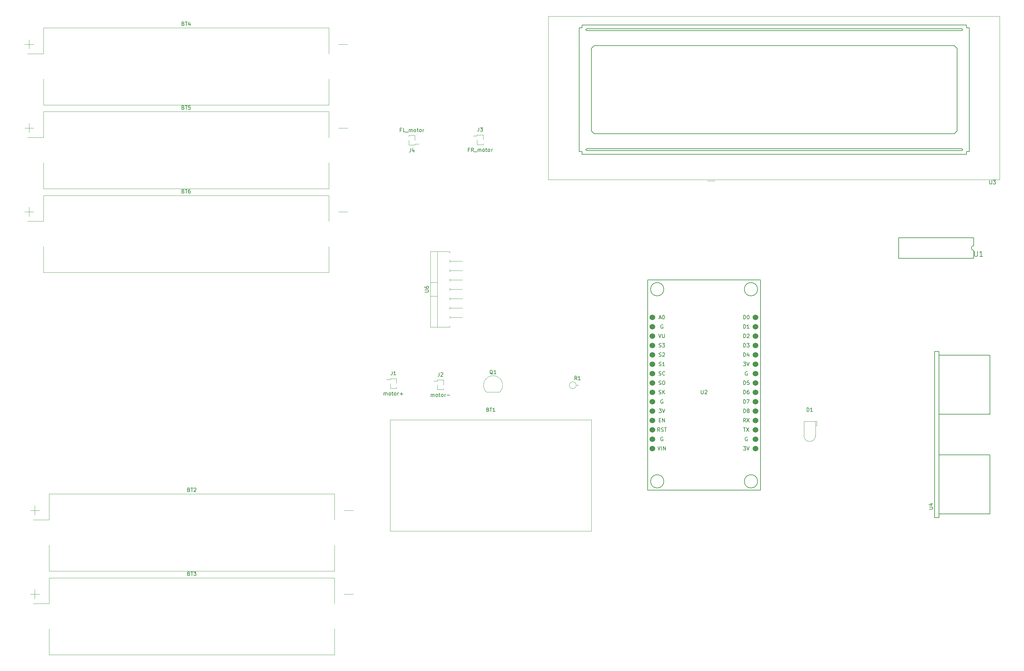
<source format=gbr>
%TF.GenerationSoftware,KiCad,Pcbnew,7.0.2-0*%
%TF.CreationDate,2023-05-03T08:41:48+07:00*%
%TF.ProjectId,robot1,726f626f-7431-42e6-9b69-6361645f7063,rev?*%
%TF.SameCoordinates,Original*%
%TF.FileFunction,Legend,Top*%
%TF.FilePolarity,Positive*%
%FSLAX46Y46*%
G04 Gerber Fmt 4.6, Leading zero omitted, Abs format (unit mm)*
G04 Created by KiCad (PCBNEW 7.0.2-0) date 2023-05-03 08:41:48*
%MOMM*%
%LPD*%
G01*
G04 APERTURE LIST*
%ADD10C,0.150000*%
%ADD11C,0.120000*%
%ADD12C,0.127000*%
%ADD13C,0.152400*%
%ADD14C,1.524000*%
G04 APERTURE END LIST*
D10*
%TO.C,U6*%
X126938619Y-85851904D02*
X127748142Y-85851904D01*
X127748142Y-85851904D02*
X127843380Y-85804285D01*
X127843380Y-85804285D02*
X127891000Y-85756666D01*
X127891000Y-85756666D02*
X127938619Y-85661428D01*
X127938619Y-85661428D02*
X127938619Y-85470952D01*
X127938619Y-85470952D02*
X127891000Y-85375714D01*
X127891000Y-85375714D02*
X127843380Y-85328095D01*
X127843380Y-85328095D02*
X127748142Y-85280476D01*
X127748142Y-85280476D02*
X126938619Y-85280476D01*
X126938619Y-84375714D02*
X126938619Y-84566190D01*
X126938619Y-84566190D02*
X126986238Y-84661428D01*
X126986238Y-84661428D02*
X127033857Y-84709047D01*
X127033857Y-84709047D02*
X127176714Y-84804285D01*
X127176714Y-84804285D02*
X127367190Y-84851904D01*
X127367190Y-84851904D02*
X127748142Y-84851904D01*
X127748142Y-84851904D02*
X127843380Y-84804285D01*
X127843380Y-84804285D02*
X127891000Y-84756666D01*
X127891000Y-84756666D02*
X127938619Y-84661428D01*
X127938619Y-84661428D02*
X127938619Y-84470952D01*
X127938619Y-84470952D02*
X127891000Y-84375714D01*
X127891000Y-84375714D02*
X127843380Y-84328095D01*
X127843380Y-84328095D02*
X127748142Y-84280476D01*
X127748142Y-84280476D02*
X127510047Y-84280476D01*
X127510047Y-84280476D02*
X127414809Y-84328095D01*
X127414809Y-84328095D02*
X127367190Y-84375714D01*
X127367190Y-84375714D02*
X127319571Y-84470952D01*
X127319571Y-84470952D02*
X127319571Y-84661428D01*
X127319571Y-84661428D02*
X127367190Y-84756666D01*
X127367190Y-84756666D02*
X127414809Y-84804285D01*
X127414809Y-84804285D02*
X127510047Y-84851904D01*
%TO.C,U4*%
X263529049Y-144707350D02*
X264338994Y-144707350D01*
X264338994Y-144707350D02*
X264434282Y-144659707D01*
X264434282Y-144659707D02*
X264481926Y-144612063D01*
X264481926Y-144612063D02*
X264529569Y-144516775D01*
X264529569Y-144516775D02*
X264529569Y-144326200D01*
X264529569Y-144326200D02*
X264481926Y-144230912D01*
X264481926Y-144230912D02*
X264434282Y-144183269D01*
X264434282Y-144183269D02*
X264338994Y-144135625D01*
X264338994Y-144135625D02*
X263529049Y-144135625D01*
X263862556Y-143230392D02*
X264529569Y-143230392D01*
X263481406Y-143468611D02*
X264196063Y-143706830D01*
X264196063Y-143706830D02*
X264196063Y-143087461D01*
%TO.C,U3*%
X279918095Y-55577619D02*
X279918095Y-56387142D01*
X279918095Y-56387142D02*
X279965714Y-56482380D01*
X279965714Y-56482380D02*
X280013333Y-56530000D01*
X280013333Y-56530000D02*
X280108571Y-56577619D01*
X280108571Y-56577619D02*
X280299047Y-56577619D01*
X280299047Y-56577619D02*
X280394285Y-56530000D01*
X280394285Y-56530000D02*
X280441904Y-56482380D01*
X280441904Y-56482380D02*
X280489523Y-56387142D01*
X280489523Y-56387142D02*
X280489523Y-55577619D01*
X280870476Y-55577619D02*
X281489523Y-55577619D01*
X281489523Y-55577619D02*
X281156190Y-55958571D01*
X281156190Y-55958571D02*
X281299047Y-55958571D01*
X281299047Y-55958571D02*
X281394285Y-56006190D01*
X281394285Y-56006190D02*
X281441904Y-56053809D01*
X281441904Y-56053809D02*
X281489523Y-56149047D01*
X281489523Y-56149047D02*
X281489523Y-56387142D01*
X281489523Y-56387142D02*
X281441904Y-56482380D01*
X281441904Y-56482380D02*
X281394285Y-56530000D01*
X281394285Y-56530000D02*
X281299047Y-56577619D01*
X281299047Y-56577619D02*
X281013333Y-56577619D01*
X281013333Y-56577619D02*
X280918095Y-56530000D01*
X280918095Y-56530000D02*
X280870476Y-56482380D01*
%TO.C,U2*%
X201803095Y-112492619D02*
X201803095Y-113302142D01*
X201803095Y-113302142D02*
X201850714Y-113397380D01*
X201850714Y-113397380D02*
X201898333Y-113445000D01*
X201898333Y-113445000D02*
X201993571Y-113492619D01*
X201993571Y-113492619D02*
X202184047Y-113492619D01*
X202184047Y-113492619D02*
X202279285Y-113445000D01*
X202279285Y-113445000D02*
X202326904Y-113397380D01*
X202326904Y-113397380D02*
X202374523Y-113302142D01*
X202374523Y-113302142D02*
X202374523Y-112492619D01*
X202803095Y-112587857D02*
X202850714Y-112540238D01*
X202850714Y-112540238D02*
X202945952Y-112492619D01*
X202945952Y-112492619D02*
X203184047Y-112492619D01*
X203184047Y-112492619D02*
X203279285Y-112540238D01*
X203279285Y-112540238D02*
X203326904Y-112587857D01*
X203326904Y-112587857D02*
X203374523Y-112683095D01*
X203374523Y-112683095D02*
X203374523Y-112778333D01*
X203374523Y-112778333D02*
X203326904Y-112921190D01*
X203326904Y-112921190D02*
X202755476Y-113492619D01*
X202755476Y-113492619D02*
X203374523Y-113492619D01*
X190039762Y-127732619D02*
X190373095Y-128732619D01*
X190373095Y-128732619D02*
X190706428Y-127732619D01*
X191039762Y-128732619D02*
X191039762Y-127732619D01*
X191515952Y-128732619D02*
X191515952Y-127732619D01*
X191515952Y-127732619D02*
X192087380Y-128732619D01*
X192087380Y-128732619D02*
X192087380Y-127732619D01*
X191396904Y-125240238D02*
X191301666Y-125192619D01*
X191301666Y-125192619D02*
X191158809Y-125192619D01*
X191158809Y-125192619D02*
X191015952Y-125240238D01*
X191015952Y-125240238D02*
X190920714Y-125335476D01*
X190920714Y-125335476D02*
X190873095Y-125430714D01*
X190873095Y-125430714D02*
X190825476Y-125621190D01*
X190825476Y-125621190D02*
X190825476Y-125764047D01*
X190825476Y-125764047D02*
X190873095Y-125954523D01*
X190873095Y-125954523D02*
X190920714Y-126049761D01*
X190920714Y-126049761D02*
X191015952Y-126145000D01*
X191015952Y-126145000D02*
X191158809Y-126192619D01*
X191158809Y-126192619D02*
X191254047Y-126192619D01*
X191254047Y-126192619D02*
X191396904Y-126145000D01*
X191396904Y-126145000D02*
X191444523Y-126097380D01*
X191444523Y-126097380D02*
X191444523Y-125764047D01*
X191444523Y-125764047D02*
X191254047Y-125764047D01*
X190587380Y-123652619D02*
X190254047Y-123176428D01*
X190015952Y-123652619D02*
X190015952Y-122652619D01*
X190015952Y-122652619D02*
X190396904Y-122652619D01*
X190396904Y-122652619D02*
X190492142Y-122700238D01*
X190492142Y-122700238D02*
X190539761Y-122747857D01*
X190539761Y-122747857D02*
X190587380Y-122843095D01*
X190587380Y-122843095D02*
X190587380Y-122985952D01*
X190587380Y-122985952D02*
X190539761Y-123081190D01*
X190539761Y-123081190D02*
X190492142Y-123128809D01*
X190492142Y-123128809D02*
X190396904Y-123176428D01*
X190396904Y-123176428D02*
X190015952Y-123176428D01*
X190968333Y-123605000D02*
X191111190Y-123652619D01*
X191111190Y-123652619D02*
X191349285Y-123652619D01*
X191349285Y-123652619D02*
X191444523Y-123605000D01*
X191444523Y-123605000D02*
X191492142Y-123557380D01*
X191492142Y-123557380D02*
X191539761Y-123462142D01*
X191539761Y-123462142D02*
X191539761Y-123366904D01*
X191539761Y-123366904D02*
X191492142Y-123271666D01*
X191492142Y-123271666D02*
X191444523Y-123224047D01*
X191444523Y-123224047D02*
X191349285Y-123176428D01*
X191349285Y-123176428D02*
X191158809Y-123128809D01*
X191158809Y-123128809D02*
X191063571Y-123081190D01*
X191063571Y-123081190D02*
X191015952Y-123033571D01*
X191015952Y-123033571D02*
X190968333Y-122938333D01*
X190968333Y-122938333D02*
X190968333Y-122843095D01*
X190968333Y-122843095D02*
X191015952Y-122747857D01*
X191015952Y-122747857D02*
X191063571Y-122700238D01*
X191063571Y-122700238D02*
X191158809Y-122652619D01*
X191158809Y-122652619D02*
X191396904Y-122652619D01*
X191396904Y-122652619D02*
X191539761Y-122700238D01*
X191825476Y-122652619D02*
X192396904Y-122652619D01*
X192111190Y-123652619D02*
X192111190Y-122652619D01*
X190396905Y-120588809D02*
X190730238Y-120588809D01*
X190873095Y-121112619D02*
X190396905Y-121112619D01*
X190396905Y-121112619D02*
X190396905Y-120112619D01*
X190396905Y-120112619D02*
X190873095Y-120112619D01*
X191301667Y-121112619D02*
X191301667Y-120112619D01*
X191301667Y-120112619D02*
X191873095Y-121112619D01*
X191873095Y-121112619D02*
X191873095Y-120112619D01*
X190373095Y-117572619D02*
X190992142Y-117572619D01*
X190992142Y-117572619D02*
X190658809Y-117953571D01*
X190658809Y-117953571D02*
X190801666Y-117953571D01*
X190801666Y-117953571D02*
X190896904Y-118001190D01*
X190896904Y-118001190D02*
X190944523Y-118048809D01*
X190944523Y-118048809D02*
X190992142Y-118144047D01*
X190992142Y-118144047D02*
X190992142Y-118382142D01*
X190992142Y-118382142D02*
X190944523Y-118477380D01*
X190944523Y-118477380D02*
X190896904Y-118525000D01*
X190896904Y-118525000D02*
X190801666Y-118572619D01*
X190801666Y-118572619D02*
X190515952Y-118572619D01*
X190515952Y-118572619D02*
X190420714Y-118525000D01*
X190420714Y-118525000D02*
X190373095Y-118477380D01*
X191277857Y-117572619D02*
X191611190Y-118572619D01*
X191611190Y-118572619D02*
X191944523Y-117572619D01*
X191396904Y-115080238D02*
X191301666Y-115032619D01*
X191301666Y-115032619D02*
X191158809Y-115032619D01*
X191158809Y-115032619D02*
X191015952Y-115080238D01*
X191015952Y-115080238D02*
X190920714Y-115175476D01*
X190920714Y-115175476D02*
X190873095Y-115270714D01*
X190873095Y-115270714D02*
X190825476Y-115461190D01*
X190825476Y-115461190D02*
X190825476Y-115604047D01*
X190825476Y-115604047D02*
X190873095Y-115794523D01*
X190873095Y-115794523D02*
X190920714Y-115889761D01*
X190920714Y-115889761D02*
X191015952Y-115985000D01*
X191015952Y-115985000D02*
X191158809Y-116032619D01*
X191158809Y-116032619D02*
X191254047Y-116032619D01*
X191254047Y-116032619D02*
X191396904Y-115985000D01*
X191396904Y-115985000D02*
X191444523Y-115937380D01*
X191444523Y-115937380D02*
X191444523Y-115604047D01*
X191444523Y-115604047D02*
X191254047Y-115604047D01*
X190349286Y-113445000D02*
X190492143Y-113492619D01*
X190492143Y-113492619D02*
X190730238Y-113492619D01*
X190730238Y-113492619D02*
X190825476Y-113445000D01*
X190825476Y-113445000D02*
X190873095Y-113397380D01*
X190873095Y-113397380D02*
X190920714Y-113302142D01*
X190920714Y-113302142D02*
X190920714Y-113206904D01*
X190920714Y-113206904D02*
X190873095Y-113111666D01*
X190873095Y-113111666D02*
X190825476Y-113064047D01*
X190825476Y-113064047D02*
X190730238Y-113016428D01*
X190730238Y-113016428D02*
X190539762Y-112968809D01*
X190539762Y-112968809D02*
X190444524Y-112921190D01*
X190444524Y-112921190D02*
X190396905Y-112873571D01*
X190396905Y-112873571D02*
X190349286Y-112778333D01*
X190349286Y-112778333D02*
X190349286Y-112683095D01*
X190349286Y-112683095D02*
X190396905Y-112587857D01*
X190396905Y-112587857D02*
X190444524Y-112540238D01*
X190444524Y-112540238D02*
X190539762Y-112492619D01*
X190539762Y-112492619D02*
X190777857Y-112492619D01*
X190777857Y-112492619D02*
X190920714Y-112540238D01*
X191349286Y-113492619D02*
X191349286Y-112492619D01*
X191920714Y-113492619D02*
X191492143Y-112921190D01*
X191920714Y-112492619D02*
X191349286Y-113064047D01*
X190325476Y-110905000D02*
X190468333Y-110952619D01*
X190468333Y-110952619D02*
X190706428Y-110952619D01*
X190706428Y-110952619D02*
X190801666Y-110905000D01*
X190801666Y-110905000D02*
X190849285Y-110857380D01*
X190849285Y-110857380D02*
X190896904Y-110762142D01*
X190896904Y-110762142D02*
X190896904Y-110666904D01*
X190896904Y-110666904D02*
X190849285Y-110571666D01*
X190849285Y-110571666D02*
X190801666Y-110524047D01*
X190801666Y-110524047D02*
X190706428Y-110476428D01*
X190706428Y-110476428D02*
X190515952Y-110428809D01*
X190515952Y-110428809D02*
X190420714Y-110381190D01*
X190420714Y-110381190D02*
X190373095Y-110333571D01*
X190373095Y-110333571D02*
X190325476Y-110238333D01*
X190325476Y-110238333D02*
X190325476Y-110143095D01*
X190325476Y-110143095D02*
X190373095Y-110047857D01*
X190373095Y-110047857D02*
X190420714Y-110000238D01*
X190420714Y-110000238D02*
X190515952Y-109952619D01*
X190515952Y-109952619D02*
X190754047Y-109952619D01*
X190754047Y-109952619D02*
X190896904Y-110000238D01*
X191515952Y-109952619D02*
X191706428Y-109952619D01*
X191706428Y-109952619D02*
X191801666Y-110000238D01*
X191801666Y-110000238D02*
X191896904Y-110095476D01*
X191896904Y-110095476D02*
X191944523Y-110285952D01*
X191944523Y-110285952D02*
X191944523Y-110619285D01*
X191944523Y-110619285D02*
X191896904Y-110809761D01*
X191896904Y-110809761D02*
X191801666Y-110905000D01*
X191801666Y-110905000D02*
X191706428Y-110952619D01*
X191706428Y-110952619D02*
X191515952Y-110952619D01*
X191515952Y-110952619D02*
X191420714Y-110905000D01*
X191420714Y-110905000D02*
X191325476Y-110809761D01*
X191325476Y-110809761D02*
X191277857Y-110619285D01*
X191277857Y-110619285D02*
X191277857Y-110285952D01*
X191277857Y-110285952D02*
X191325476Y-110095476D01*
X191325476Y-110095476D02*
X191420714Y-110000238D01*
X191420714Y-110000238D02*
X191515952Y-109952619D01*
X190349286Y-108365000D02*
X190492143Y-108412619D01*
X190492143Y-108412619D02*
X190730238Y-108412619D01*
X190730238Y-108412619D02*
X190825476Y-108365000D01*
X190825476Y-108365000D02*
X190873095Y-108317380D01*
X190873095Y-108317380D02*
X190920714Y-108222142D01*
X190920714Y-108222142D02*
X190920714Y-108126904D01*
X190920714Y-108126904D02*
X190873095Y-108031666D01*
X190873095Y-108031666D02*
X190825476Y-107984047D01*
X190825476Y-107984047D02*
X190730238Y-107936428D01*
X190730238Y-107936428D02*
X190539762Y-107888809D01*
X190539762Y-107888809D02*
X190444524Y-107841190D01*
X190444524Y-107841190D02*
X190396905Y-107793571D01*
X190396905Y-107793571D02*
X190349286Y-107698333D01*
X190349286Y-107698333D02*
X190349286Y-107603095D01*
X190349286Y-107603095D02*
X190396905Y-107507857D01*
X190396905Y-107507857D02*
X190444524Y-107460238D01*
X190444524Y-107460238D02*
X190539762Y-107412619D01*
X190539762Y-107412619D02*
X190777857Y-107412619D01*
X190777857Y-107412619D02*
X190920714Y-107460238D01*
X191920714Y-108317380D02*
X191873095Y-108365000D01*
X191873095Y-108365000D02*
X191730238Y-108412619D01*
X191730238Y-108412619D02*
X191635000Y-108412619D01*
X191635000Y-108412619D02*
X191492143Y-108365000D01*
X191492143Y-108365000D02*
X191396905Y-108269761D01*
X191396905Y-108269761D02*
X191349286Y-108174523D01*
X191349286Y-108174523D02*
X191301667Y-107984047D01*
X191301667Y-107984047D02*
X191301667Y-107841190D01*
X191301667Y-107841190D02*
X191349286Y-107650714D01*
X191349286Y-107650714D02*
X191396905Y-107555476D01*
X191396905Y-107555476D02*
X191492143Y-107460238D01*
X191492143Y-107460238D02*
X191635000Y-107412619D01*
X191635000Y-107412619D02*
X191730238Y-107412619D01*
X191730238Y-107412619D02*
X191873095Y-107460238D01*
X191873095Y-107460238D02*
X191920714Y-107507857D01*
X190373095Y-105825000D02*
X190515952Y-105872619D01*
X190515952Y-105872619D02*
X190754047Y-105872619D01*
X190754047Y-105872619D02*
X190849285Y-105825000D01*
X190849285Y-105825000D02*
X190896904Y-105777380D01*
X190896904Y-105777380D02*
X190944523Y-105682142D01*
X190944523Y-105682142D02*
X190944523Y-105586904D01*
X190944523Y-105586904D02*
X190896904Y-105491666D01*
X190896904Y-105491666D02*
X190849285Y-105444047D01*
X190849285Y-105444047D02*
X190754047Y-105396428D01*
X190754047Y-105396428D02*
X190563571Y-105348809D01*
X190563571Y-105348809D02*
X190468333Y-105301190D01*
X190468333Y-105301190D02*
X190420714Y-105253571D01*
X190420714Y-105253571D02*
X190373095Y-105158333D01*
X190373095Y-105158333D02*
X190373095Y-105063095D01*
X190373095Y-105063095D02*
X190420714Y-104967857D01*
X190420714Y-104967857D02*
X190468333Y-104920238D01*
X190468333Y-104920238D02*
X190563571Y-104872619D01*
X190563571Y-104872619D02*
X190801666Y-104872619D01*
X190801666Y-104872619D02*
X190944523Y-104920238D01*
X191896904Y-105872619D02*
X191325476Y-105872619D01*
X191611190Y-105872619D02*
X191611190Y-104872619D01*
X191611190Y-104872619D02*
X191515952Y-105015476D01*
X191515952Y-105015476D02*
X191420714Y-105110714D01*
X191420714Y-105110714D02*
X191325476Y-105158333D01*
X190373095Y-103285000D02*
X190515952Y-103332619D01*
X190515952Y-103332619D02*
X190754047Y-103332619D01*
X190754047Y-103332619D02*
X190849285Y-103285000D01*
X190849285Y-103285000D02*
X190896904Y-103237380D01*
X190896904Y-103237380D02*
X190944523Y-103142142D01*
X190944523Y-103142142D02*
X190944523Y-103046904D01*
X190944523Y-103046904D02*
X190896904Y-102951666D01*
X190896904Y-102951666D02*
X190849285Y-102904047D01*
X190849285Y-102904047D02*
X190754047Y-102856428D01*
X190754047Y-102856428D02*
X190563571Y-102808809D01*
X190563571Y-102808809D02*
X190468333Y-102761190D01*
X190468333Y-102761190D02*
X190420714Y-102713571D01*
X190420714Y-102713571D02*
X190373095Y-102618333D01*
X190373095Y-102618333D02*
X190373095Y-102523095D01*
X190373095Y-102523095D02*
X190420714Y-102427857D01*
X190420714Y-102427857D02*
X190468333Y-102380238D01*
X190468333Y-102380238D02*
X190563571Y-102332619D01*
X190563571Y-102332619D02*
X190801666Y-102332619D01*
X190801666Y-102332619D02*
X190944523Y-102380238D01*
X191325476Y-102427857D02*
X191373095Y-102380238D01*
X191373095Y-102380238D02*
X191468333Y-102332619D01*
X191468333Y-102332619D02*
X191706428Y-102332619D01*
X191706428Y-102332619D02*
X191801666Y-102380238D01*
X191801666Y-102380238D02*
X191849285Y-102427857D01*
X191849285Y-102427857D02*
X191896904Y-102523095D01*
X191896904Y-102523095D02*
X191896904Y-102618333D01*
X191896904Y-102618333D02*
X191849285Y-102761190D01*
X191849285Y-102761190D02*
X191277857Y-103332619D01*
X191277857Y-103332619D02*
X191896904Y-103332619D01*
X190373095Y-100745000D02*
X190515952Y-100792619D01*
X190515952Y-100792619D02*
X190754047Y-100792619D01*
X190754047Y-100792619D02*
X190849285Y-100745000D01*
X190849285Y-100745000D02*
X190896904Y-100697380D01*
X190896904Y-100697380D02*
X190944523Y-100602142D01*
X190944523Y-100602142D02*
X190944523Y-100506904D01*
X190944523Y-100506904D02*
X190896904Y-100411666D01*
X190896904Y-100411666D02*
X190849285Y-100364047D01*
X190849285Y-100364047D02*
X190754047Y-100316428D01*
X190754047Y-100316428D02*
X190563571Y-100268809D01*
X190563571Y-100268809D02*
X190468333Y-100221190D01*
X190468333Y-100221190D02*
X190420714Y-100173571D01*
X190420714Y-100173571D02*
X190373095Y-100078333D01*
X190373095Y-100078333D02*
X190373095Y-99983095D01*
X190373095Y-99983095D02*
X190420714Y-99887857D01*
X190420714Y-99887857D02*
X190468333Y-99840238D01*
X190468333Y-99840238D02*
X190563571Y-99792619D01*
X190563571Y-99792619D02*
X190801666Y-99792619D01*
X190801666Y-99792619D02*
X190944523Y-99840238D01*
X191277857Y-99792619D02*
X191896904Y-99792619D01*
X191896904Y-99792619D02*
X191563571Y-100173571D01*
X191563571Y-100173571D02*
X191706428Y-100173571D01*
X191706428Y-100173571D02*
X191801666Y-100221190D01*
X191801666Y-100221190D02*
X191849285Y-100268809D01*
X191849285Y-100268809D02*
X191896904Y-100364047D01*
X191896904Y-100364047D02*
X191896904Y-100602142D01*
X191896904Y-100602142D02*
X191849285Y-100697380D01*
X191849285Y-100697380D02*
X191801666Y-100745000D01*
X191801666Y-100745000D02*
X191706428Y-100792619D01*
X191706428Y-100792619D02*
X191420714Y-100792619D01*
X191420714Y-100792619D02*
X191325476Y-100745000D01*
X191325476Y-100745000D02*
X191277857Y-100697380D01*
X190277857Y-97252619D02*
X190611190Y-98252619D01*
X190611190Y-98252619D02*
X190944523Y-97252619D01*
X191277857Y-97252619D02*
X191277857Y-98062142D01*
X191277857Y-98062142D02*
X191325476Y-98157380D01*
X191325476Y-98157380D02*
X191373095Y-98205000D01*
X191373095Y-98205000D02*
X191468333Y-98252619D01*
X191468333Y-98252619D02*
X191658809Y-98252619D01*
X191658809Y-98252619D02*
X191754047Y-98205000D01*
X191754047Y-98205000D02*
X191801666Y-98157380D01*
X191801666Y-98157380D02*
X191849285Y-98062142D01*
X191849285Y-98062142D02*
X191849285Y-97252619D01*
X191396904Y-94760238D02*
X191301666Y-94712619D01*
X191301666Y-94712619D02*
X191158809Y-94712619D01*
X191158809Y-94712619D02*
X191015952Y-94760238D01*
X191015952Y-94760238D02*
X190920714Y-94855476D01*
X190920714Y-94855476D02*
X190873095Y-94950714D01*
X190873095Y-94950714D02*
X190825476Y-95141190D01*
X190825476Y-95141190D02*
X190825476Y-95284047D01*
X190825476Y-95284047D02*
X190873095Y-95474523D01*
X190873095Y-95474523D02*
X190920714Y-95569761D01*
X190920714Y-95569761D02*
X191015952Y-95665000D01*
X191015952Y-95665000D02*
X191158809Y-95712619D01*
X191158809Y-95712619D02*
X191254047Y-95712619D01*
X191254047Y-95712619D02*
X191396904Y-95665000D01*
X191396904Y-95665000D02*
X191444523Y-95617380D01*
X191444523Y-95617380D02*
X191444523Y-95284047D01*
X191444523Y-95284047D02*
X191254047Y-95284047D01*
X190420714Y-92886904D02*
X190896904Y-92886904D01*
X190325476Y-93172619D02*
X190658809Y-92172619D01*
X190658809Y-92172619D02*
X190992142Y-93172619D01*
X191515952Y-92172619D02*
X191611190Y-92172619D01*
X191611190Y-92172619D02*
X191706428Y-92220238D01*
X191706428Y-92220238D02*
X191754047Y-92267857D01*
X191754047Y-92267857D02*
X191801666Y-92363095D01*
X191801666Y-92363095D02*
X191849285Y-92553571D01*
X191849285Y-92553571D02*
X191849285Y-92791666D01*
X191849285Y-92791666D02*
X191801666Y-92982142D01*
X191801666Y-92982142D02*
X191754047Y-93077380D01*
X191754047Y-93077380D02*
X191706428Y-93125000D01*
X191706428Y-93125000D02*
X191611190Y-93172619D01*
X191611190Y-93172619D02*
X191515952Y-93172619D01*
X191515952Y-93172619D02*
X191420714Y-93125000D01*
X191420714Y-93125000D02*
X191373095Y-93077380D01*
X191373095Y-93077380D02*
X191325476Y-92982142D01*
X191325476Y-92982142D02*
X191277857Y-92791666D01*
X191277857Y-92791666D02*
X191277857Y-92553571D01*
X191277857Y-92553571D02*
X191325476Y-92363095D01*
X191325476Y-92363095D02*
X191373095Y-92267857D01*
X191373095Y-92267857D02*
X191420714Y-92220238D01*
X191420714Y-92220238D02*
X191515952Y-92172619D01*
X213233095Y-127732619D02*
X213852142Y-127732619D01*
X213852142Y-127732619D02*
X213518809Y-128113571D01*
X213518809Y-128113571D02*
X213661666Y-128113571D01*
X213661666Y-128113571D02*
X213756904Y-128161190D01*
X213756904Y-128161190D02*
X213804523Y-128208809D01*
X213804523Y-128208809D02*
X213852142Y-128304047D01*
X213852142Y-128304047D02*
X213852142Y-128542142D01*
X213852142Y-128542142D02*
X213804523Y-128637380D01*
X213804523Y-128637380D02*
X213756904Y-128685000D01*
X213756904Y-128685000D02*
X213661666Y-128732619D01*
X213661666Y-128732619D02*
X213375952Y-128732619D01*
X213375952Y-128732619D02*
X213280714Y-128685000D01*
X213280714Y-128685000D02*
X213233095Y-128637380D01*
X214137857Y-127732619D02*
X214471190Y-128732619D01*
X214471190Y-128732619D02*
X214804523Y-127732619D01*
X214256904Y-125240238D02*
X214161666Y-125192619D01*
X214161666Y-125192619D02*
X214018809Y-125192619D01*
X214018809Y-125192619D02*
X213875952Y-125240238D01*
X213875952Y-125240238D02*
X213780714Y-125335476D01*
X213780714Y-125335476D02*
X213733095Y-125430714D01*
X213733095Y-125430714D02*
X213685476Y-125621190D01*
X213685476Y-125621190D02*
X213685476Y-125764047D01*
X213685476Y-125764047D02*
X213733095Y-125954523D01*
X213733095Y-125954523D02*
X213780714Y-126049761D01*
X213780714Y-126049761D02*
X213875952Y-126145000D01*
X213875952Y-126145000D02*
X214018809Y-126192619D01*
X214018809Y-126192619D02*
X214114047Y-126192619D01*
X214114047Y-126192619D02*
X214256904Y-126145000D01*
X214256904Y-126145000D02*
X214304523Y-126097380D01*
X214304523Y-126097380D02*
X214304523Y-125764047D01*
X214304523Y-125764047D02*
X214114047Y-125764047D01*
X213233095Y-122652619D02*
X213804523Y-122652619D01*
X213518809Y-123652619D02*
X213518809Y-122652619D01*
X214042619Y-122652619D02*
X214709285Y-123652619D01*
X214709285Y-122652619D02*
X214042619Y-123652619D01*
X213828333Y-121112619D02*
X213495000Y-120636428D01*
X213256905Y-121112619D02*
X213256905Y-120112619D01*
X213256905Y-120112619D02*
X213637857Y-120112619D01*
X213637857Y-120112619D02*
X213733095Y-120160238D01*
X213733095Y-120160238D02*
X213780714Y-120207857D01*
X213780714Y-120207857D02*
X213828333Y-120303095D01*
X213828333Y-120303095D02*
X213828333Y-120445952D01*
X213828333Y-120445952D02*
X213780714Y-120541190D01*
X213780714Y-120541190D02*
X213733095Y-120588809D01*
X213733095Y-120588809D02*
X213637857Y-120636428D01*
X213637857Y-120636428D02*
X213256905Y-120636428D01*
X214161667Y-120112619D02*
X214828333Y-121112619D01*
X214828333Y-120112619D02*
X214161667Y-121112619D01*
X213256905Y-118572619D02*
X213256905Y-117572619D01*
X213256905Y-117572619D02*
X213495000Y-117572619D01*
X213495000Y-117572619D02*
X213637857Y-117620238D01*
X213637857Y-117620238D02*
X213733095Y-117715476D01*
X213733095Y-117715476D02*
X213780714Y-117810714D01*
X213780714Y-117810714D02*
X213828333Y-118001190D01*
X213828333Y-118001190D02*
X213828333Y-118144047D01*
X213828333Y-118144047D02*
X213780714Y-118334523D01*
X213780714Y-118334523D02*
X213733095Y-118429761D01*
X213733095Y-118429761D02*
X213637857Y-118525000D01*
X213637857Y-118525000D02*
X213495000Y-118572619D01*
X213495000Y-118572619D02*
X213256905Y-118572619D01*
X214399762Y-118001190D02*
X214304524Y-117953571D01*
X214304524Y-117953571D02*
X214256905Y-117905952D01*
X214256905Y-117905952D02*
X214209286Y-117810714D01*
X214209286Y-117810714D02*
X214209286Y-117763095D01*
X214209286Y-117763095D02*
X214256905Y-117667857D01*
X214256905Y-117667857D02*
X214304524Y-117620238D01*
X214304524Y-117620238D02*
X214399762Y-117572619D01*
X214399762Y-117572619D02*
X214590238Y-117572619D01*
X214590238Y-117572619D02*
X214685476Y-117620238D01*
X214685476Y-117620238D02*
X214733095Y-117667857D01*
X214733095Y-117667857D02*
X214780714Y-117763095D01*
X214780714Y-117763095D02*
X214780714Y-117810714D01*
X214780714Y-117810714D02*
X214733095Y-117905952D01*
X214733095Y-117905952D02*
X214685476Y-117953571D01*
X214685476Y-117953571D02*
X214590238Y-118001190D01*
X214590238Y-118001190D02*
X214399762Y-118001190D01*
X214399762Y-118001190D02*
X214304524Y-118048809D01*
X214304524Y-118048809D02*
X214256905Y-118096428D01*
X214256905Y-118096428D02*
X214209286Y-118191666D01*
X214209286Y-118191666D02*
X214209286Y-118382142D01*
X214209286Y-118382142D02*
X214256905Y-118477380D01*
X214256905Y-118477380D02*
X214304524Y-118525000D01*
X214304524Y-118525000D02*
X214399762Y-118572619D01*
X214399762Y-118572619D02*
X214590238Y-118572619D01*
X214590238Y-118572619D02*
X214685476Y-118525000D01*
X214685476Y-118525000D02*
X214733095Y-118477380D01*
X214733095Y-118477380D02*
X214780714Y-118382142D01*
X214780714Y-118382142D02*
X214780714Y-118191666D01*
X214780714Y-118191666D02*
X214733095Y-118096428D01*
X214733095Y-118096428D02*
X214685476Y-118048809D01*
X214685476Y-118048809D02*
X214590238Y-118001190D01*
X213256905Y-116032619D02*
X213256905Y-115032619D01*
X213256905Y-115032619D02*
X213495000Y-115032619D01*
X213495000Y-115032619D02*
X213637857Y-115080238D01*
X213637857Y-115080238D02*
X213733095Y-115175476D01*
X213733095Y-115175476D02*
X213780714Y-115270714D01*
X213780714Y-115270714D02*
X213828333Y-115461190D01*
X213828333Y-115461190D02*
X213828333Y-115604047D01*
X213828333Y-115604047D02*
X213780714Y-115794523D01*
X213780714Y-115794523D02*
X213733095Y-115889761D01*
X213733095Y-115889761D02*
X213637857Y-115985000D01*
X213637857Y-115985000D02*
X213495000Y-116032619D01*
X213495000Y-116032619D02*
X213256905Y-116032619D01*
X214161667Y-115032619D02*
X214828333Y-115032619D01*
X214828333Y-115032619D02*
X214399762Y-116032619D01*
X213256905Y-113492619D02*
X213256905Y-112492619D01*
X213256905Y-112492619D02*
X213495000Y-112492619D01*
X213495000Y-112492619D02*
X213637857Y-112540238D01*
X213637857Y-112540238D02*
X213733095Y-112635476D01*
X213733095Y-112635476D02*
X213780714Y-112730714D01*
X213780714Y-112730714D02*
X213828333Y-112921190D01*
X213828333Y-112921190D02*
X213828333Y-113064047D01*
X213828333Y-113064047D02*
X213780714Y-113254523D01*
X213780714Y-113254523D02*
X213733095Y-113349761D01*
X213733095Y-113349761D02*
X213637857Y-113445000D01*
X213637857Y-113445000D02*
X213495000Y-113492619D01*
X213495000Y-113492619D02*
X213256905Y-113492619D01*
X214685476Y-112492619D02*
X214495000Y-112492619D01*
X214495000Y-112492619D02*
X214399762Y-112540238D01*
X214399762Y-112540238D02*
X214352143Y-112587857D01*
X214352143Y-112587857D02*
X214256905Y-112730714D01*
X214256905Y-112730714D02*
X214209286Y-112921190D01*
X214209286Y-112921190D02*
X214209286Y-113302142D01*
X214209286Y-113302142D02*
X214256905Y-113397380D01*
X214256905Y-113397380D02*
X214304524Y-113445000D01*
X214304524Y-113445000D02*
X214399762Y-113492619D01*
X214399762Y-113492619D02*
X214590238Y-113492619D01*
X214590238Y-113492619D02*
X214685476Y-113445000D01*
X214685476Y-113445000D02*
X214733095Y-113397380D01*
X214733095Y-113397380D02*
X214780714Y-113302142D01*
X214780714Y-113302142D02*
X214780714Y-113064047D01*
X214780714Y-113064047D02*
X214733095Y-112968809D01*
X214733095Y-112968809D02*
X214685476Y-112921190D01*
X214685476Y-112921190D02*
X214590238Y-112873571D01*
X214590238Y-112873571D02*
X214399762Y-112873571D01*
X214399762Y-112873571D02*
X214304524Y-112921190D01*
X214304524Y-112921190D02*
X214256905Y-112968809D01*
X214256905Y-112968809D02*
X214209286Y-113064047D01*
X213256905Y-110952619D02*
X213256905Y-109952619D01*
X213256905Y-109952619D02*
X213495000Y-109952619D01*
X213495000Y-109952619D02*
X213637857Y-110000238D01*
X213637857Y-110000238D02*
X213733095Y-110095476D01*
X213733095Y-110095476D02*
X213780714Y-110190714D01*
X213780714Y-110190714D02*
X213828333Y-110381190D01*
X213828333Y-110381190D02*
X213828333Y-110524047D01*
X213828333Y-110524047D02*
X213780714Y-110714523D01*
X213780714Y-110714523D02*
X213733095Y-110809761D01*
X213733095Y-110809761D02*
X213637857Y-110905000D01*
X213637857Y-110905000D02*
X213495000Y-110952619D01*
X213495000Y-110952619D02*
X213256905Y-110952619D01*
X214733095Y-109952619D02*
X214256905Y-109952619D01*
X214256905Y-109952619D02*
X214209286Y-110428809D01*
X214209286Y-110428809D02*
X214256905Y-110381190D01*
X214256905Y-110381190D02*
X214352143Y-110333571D01*
X214352143Y-110333571D02*
X214590238Y-110333571D01*
X214590238Y-110333571D02*
X214685476Y-110381190D01*
X214685476Y-110381190D02*
X214733095Y-110428809D01*
X214733095Y-110428809D02*
X214780714Y-110524047D01*
X214780714Y-110524047D02*
X214780714Y-110762142D01*
X214780714Y-110762142D02*
X214733095Y-110857380D01*
X214733095Y-110857380D02*
X214685476Y-110905000D01*
X214685476Y-110905000D02*
X214590238Y-110952619D01*
X214590238Y-110952619D02*
X214352143Y-110952619D01*
X214352143Y-110952619D02*
X214256905Y-110905000D01*
X214256905Y-110905000D02*
X214209286Y-110857380D01*
X214256904Y-107460238D02*
X214161666Y-107412619D01*
X214161666Y-107412619D02*
X214018809Y-107412619D01*
X214018809Y-107412619D02*
X213875952Y-107460238D01*
X213875952Y-107460238D02*
X213780714Y-107555476D01*
X213780714Y-107555476D02*
X213733095Y-107650714D01*
X213733095Y-107650714D02*
X213685476Y-107841190D01*
X213685476Y-107841190D02*
X213685476Y-107984047D01*
X213685476Y-107984047D02*
X213733095Y-108174523D01*
X213733095Y-108174523D02*
X213780714Y-108269761D01*
X213780714Y-108269761D02*
X213875952Y-108365000D01*
X213875952Y-108365000D02*
X214018809Y-108412619D01*
X214018809Y-108412619D02*
X214114047Y-108412619D01*
X214114047Y-108412619D02*
X214256904Y-108365000D01*
X214256904Y-108365000D02*
X214304523Y-108317380D01*
X214304523Y-108317380D02*
X214304523Y-107984047D01*
X214304523Y-107984047D02*
X214114047Y-107984047D01*
X213233095Y-104872619D02*
X213852142Y-104872619D01*
X213852142Y-104872619D02*
X213518809Y-105253571D01*
X213518809Y-105253571D02*
X213661666Y-105253571D01*
X213661666Y-105253571D02*
X213756904Y-105301190D01*
X213756904Y-105301190D02*
X213804523Y-105348809D01*
X213804523Y-105348809D02*
X213852142Y-105444047D01*
X213852142Y-105444047D02*
X213852142Y-105682142D01*
X213852142Y-105682142D02*
X213804523Y-105777380D01*
X213804523Y-105777380D02*
X213756904Y-105825000D01*
X213756904Y-105825000D02*
X213661666Y-105872619D01*
X213661666Y-105872619D02*
X213375952Y-105872619D01*
X213375952Y-105872619D02*
X213280714Y-105825000D01*
X213280714Y-105825000D02*
X213233095Y-105777380D01*
X214137857Y-104872619D02*
X214471190Y-105872619D01*
X214471190Y-105872619D02*
X214804523Y-104872619D01*
X213256905Y-103332619D02*
X213256905Y-102332619D01*
X213256905Y-102332619D02*
X213495000Y-102332619D01*
X213495000Y-102332619D02*
X213637857Y-102380238D01*
X213637857Y-102380238D02*
X213733095Y-102475476D01*
X213733095Y-102475476D02*
X213780714Y-102570714D01*
X213780714Y-102570714D02*
X213828333Y-102761190D01*
X213828333Y-102761190D02*
X213828333Y-102904047D01*
X213828333Y-102904047D02*
X213780714Y-103094523D01*
X213780714Y-103094523D02*
X213733095Y-103189761D01*
X213733095Y-103189761D02*
X213637857Y-103285000D01*
X213637857Y-103285000D02*
X213495000Y-103332619D01*
X213495000Y-103332619D02*
X213256905Y-103332619D01*
X214685476Y-102665952D02*
X214685476Y-103332619D01*
X214447381Y-102285000D02*
X214209286Y-102999285D01*
X214209286Y-102999285D02*
X214828333Y-102999285D01*
X213256905Y-100792619D02*
X213256905Y-99792619D01*
X213256905Y-99792619D02*
X213495000Y-99792619D01*
X213495000Y-99792619D02*
X213637857Y-99840238D01*
X213637857Y-99840238D02*
X213733095Y-99935476D01*
X213733095Y-99935476D02*
X213780714Y-100030714D01*
X213780714Y-100030714D02*
X213828333Y-100221190D01*
X213828333Y-100221190D02*
X213828333Y-100364047D01*
X213828333Y-100364047D02*
X213780714Y-100554523D01*
X213780714Y-100554523D02*
X213733095Y-100649761D01*
X213733095Y-100649761D02*
X213637857Y-100745000D01*
X213637857Y-100745000D02*
X213495000Y-100792619D01*
X213495000Y-100792619D02*
X213256905Y-100792619D01*
X214161667Y-99792619D02*
X214780714Y-99792619D01*
X214780714Y-99792619D02*
X214447381Y-100173571D01*
X214447381Y-100173571D02*
X214590238Y-100173571D01*
X214590238Y-100173571D02*
X214685476Y-100221190D01*
X214685476Y-100221190D02*
X214733095Y-100268809D01*
X214733095Y-100268809D02*
X214780714Y-100364047D01*
X214780714Y-100364047D02*
X214780714Y-100602142D01*
X214780714Y-100602142D02*
X214733095Y-100697380D01*
X214733095Y-100697380D02*
X214685476Y-100745000D01*
X214685476Y-100745000D02*
X214590238Y-100792619D01*
X214590238Y-100792619D02*
X214304524Y-100792619D01*
X214304524Y-100792619D02*
X214209286Y-100745000D01*
X214209286Y-100745000D02*
X214161667Y-100697380D01*
X213256905Y-98252619D02*
X213256905Y-97252619D01*
X213256905Y-97252619D02*
X213495000Y-97252619D01*
X213495000Y-97252619D02*
X213637857Y-97300238D01*
X213637857Y-97300238D02*
X213733095Y-97395476D01*
X213733095Y-97395476D02*
X213780714Y-97490714D01*
X213780714Y-97490714D02*
X213828333Y-97681190D01*
X213828333Y-97681190D02*
X213828333Y-97824047D01*
X213828333Y-97824047D02*
X213780714Y-98014523D01*
X213780714Y-98014523D02*
X213733095Y-98109761D01*
X213733095Y-98109761D02*
X213637857Y-98205000D01*
X213637857Y-98205000D02*
X213495000Y-98252619D01*
X213495000Y-98252619D02*
X213256905Y-98252619D01*
X214209286Y-97347857D02*
X214256905Y-97300238D01*
X214256905Y-97300238D02*
X214352143Y-97252619D01*
X214352143Y-97252619D02*
X214590238Y-97252619D01*
X214590238Y-97252619D02*
X214685476Y-97300238D01*
X214685476Y-97300238D02*
X214733095Y-97347857D01*
X214733095Y-97347857D02*
X214780714Y-97443095D01*
X214780714Y-97443095D02*
X214780714Y-97538333D01*
X214780714Y-97538333D02*
X214733095Y-97681190D01*
X214733095Y-97681190D02*
X214161667Y-98252619D01*
X214161667Y-98252619D02*
X214780714Y-98252619D01*
X213256905Y-95712619D02*
X213256905Y-94712619D01*
X213256905Y-94712619D02*
X213495000Y-94712619D01*
X213495000Y-94712619D02*
X213637857Y-94760238D01*
X213637857Y-94760238D02*
X213733095Y-94855476D01*
X213733095Y-94855476D02*
X213780714Y-94950714D01*
X213780714Y-94950714D02*
X213828333Y-95141190D01*
X213828333Y-95141190D02*
X213828333Y-95284047D01*
X213828333Y-95284047D02*
X213780714Y-95474523D01*
X213780714Y-95474523D02*
X213733095Y-95569761D01*
X213733095Y-95569761D02*
X213637857Y-95665000D01*
X213637857Y-95665000D02*
X213495000Y-95712619D01*
X213495000Y-95712619D02*
X213256905Y-95712619D01*
X214780714Y-95712619D02*
X214209286Y-95712619D01*
X214495000Y-95712619D02*
X214495000Y-94712619D01*
X214495000Y-94712619D02*
X214399762Y-94855476D01*
X214399762Y-94855476D02*
X214304524Y-94950714D01*
X214304524Y-94950714D02*
X214209286Y-94998333D01*
X213256905Y-93172619D02*
X213256905Y-92172619D01*
X213256905Y-92172619D02*
X213495000Y-92172619D01*
X213495000Y-92172619D02*
X213637857Y-92220238D01*
X213637857Y-92220238D02*
X213733095Y-92315476D01*
X213733095Y-92315476D02*
X213780714Y-92410714D01*
X213780714Y-92410714D02*
X213828333Y-92601190D01*
X213828333Y-92601190D02*
X213828333Y-92744047D01*
X213828333Y-92744047D02*
X213780714Y-92934523D01*
X213780714Y-92934523D02*
X213733095Y-93029761D01*
X213733095Y-93029761D02*
X213637857Y-93125000D01*
X213637857Y-93125000D02*
X213495000Y-93172619D01*
X213495000Y-93172619D02*
X213256905Y-93172619D01*
X214447381Y-92172619D02*
X214542619Y-92172619D01*
X214542619Y-92172619D02*
X214637857Y-92220238D01*
X214637857Y-92220238D02*
X214685476Y-92267857D01*
X214685476Y-92267857D02*
X214733095Y-92363095D01*
X214733095Y-92363095D02*
X214780714Y-92553571D01*
X214780714Y-92553571D02*
X214780714Y-92791666D01*
X214780714Y-92791666D02*
X214733095Y-92982142D01*
X214733095Y-92982142D02*
X214685476Y-93077380D01*
X214685476Y-93077380D02*
X214637857Y-93125000D01*
X214637857Y-93125000D02*
X214542619Y-93172619D01*
X214542619Y-93172619D02*
X214447381Y-93172619D01*
X214447381Y-93172619D02*
X214352143Y-93125000D01*
X214352143Y-93125000D02*
X214304524Y-93077380D01*
X214304524Y-93077380D02*
X214256905Y-92982142D01*
X214256905Y-92982142D02*
X214209286Y-92791666D01*
X214209286Y-92791666D02*
X214209286Y-92553571D01*
X214209286Y-92553571D02*
X214256905Y-92363095D01*
X214256905Y-92363095D02*
X214304524Y-92267857D01*
X214304524Y-92267857D02*
X214352143Y-92220238D01*
X214352143Y-92220238D02*
X214447381Y-92172619D01*
%TO.C,U1*%
X275818733Y-74812666D02*
X275818733Y-75946000D01*
X275818733Y-75946000D02*
X275885400Y-76079333D01*
X275885400Y-76079333D02*
X275952066Y-76146000D01*
X275952066Y-76146000D02*
X276085400Y-76212666D01*
X276085400Y-76212666D02*
X276352066Y-76212666D01*
X276352066Y-76212666D02*
X276485400Y-76146000D01*
X276485400Y-76146000D02*
X276552066Y-76079333D01*
X276552066Y-76079333D02*
X276618733Y-75946000D01*
X276618733Y-75946000D02*
X276618733Y-74812666D01*
X278018733Y-76212666D02*
X277218733Y-76212666D01*
X277618733Y-76212666D02*
X277618733Y-74812666D01*
X277618733Y-74812666D02*
X277485400Y-75012666D01*
X277485400Y-75012666D02*
X277352067Y-75146000D01*
X277352067Y-75146000D02*
X277218733Y-75212666D01*
%TO.C,R1*%
X168108333Y-109667619D02*
X167775000Y-109191428D01*
X167536905Y-109667619D02*
X167536905Y-108667619D01*
X167536905Y-108667619D02*
X167917857Y-108667619D01*
X167917857Y-108667619D02*
X168013095Y-108715238D01*
X168013095Y-108715238D02*
X168060714Y-108762857D01*
X168060714Y-108762857D02*
X168108333Y-108858095D01*
X168108333Y-108858095D02*
X168108333Y-109000952D01*
X168108333Y-109000952D02*
X168060714Y-109096190D01*
X168060714Y-109096190D02*
X168013095Y-109143809D01*
X168013095Y-109143809D02*
X167917857Y-109191428D01*
X167917857Y-109191428D02*
X167536905Y-109191428D01*
X169060714Y-109667619D02*
X168489286Y-109667619D01*
X168775000Y-109667619D02*
X168775000Y-108667619D01*
X168775000Y-108667619D02*
X168679762Y-108810476D01*
X168679762Y-108810476D02*
X168584524Y-108905714D01*
X168584524Y-108905714D02*
X168489286Y-108953333D01*
%TO.C,Q1*%
X145319761Y-108122857D02*
X145224523Y-108075238D01*
X145224523Y-108075238D02*
X145129285Y-107980000D01*
X145129285Y-107980000D02*
X144986428Y-107837142D01*
X144986428Y-107837142D02*
X144891190Y-107789523D01*
X144891190Y-107789523D02*
X144795952Y-107789523D01*
X144843571Y-108027619D02*
X144748333Y-107980000D01*
X144748333Y-107980000D02*
X144653095Y-107884761D01*
X144653095Y-107884761D02*
X144605476Y-107694285D01*
X144605476Y-107694285D02*
X144605476Y-107360952D01*
X144605476Y-107360952D02*
X144653095Y-107170476D01*
X144653095Y-107170476D02*
X144748333Y-107075238D01*
X144748333Y-107075238D02*
X144843571Y-107027619D01*
X144843571Y-107027619D02*
X145034047Y-107027619D01*
X145034047Y-107027619D02*
X145129285Y-107075238D01*
X145129285Y-107075238D02*
X145224523Y-107170476D01*
X145224523Y-107170476D02*
X145272142Y-107360952D01*
X145272142Y-107360952D02*
X145272142Y-107694285D01*
X145272142Y-107694285D02*
X145224523Y-107884761D01*
X145224523Y-107884761D02*
X145129285Y-107980000D01*
X145129285Y-107980000D02*
X145034047Y-108027619D01*
X145034047Y-108027619D02*
X144843571Y-108027619D01*
X146224523Y-108027619D02*
X145653095Y-108027619D01*
X145938809Y-108027619D02*
X145938809Y-107027619D01*
X145938809Y-107027619D02*
X145843571Y-107170476D01*
X145843571Y-107170476D02*
X145748333Y-107265714D01*
X145748333Y-107265714D02*
X145653095Y-107313333D01*
%TO.C,J4*%
X123069666Y-46924619D02*
X123069666Y-47638904D01*
X123069666Y-47638904D02*
X123022047Y-47781761D01*
X123022047Y-47781761D02*
X122926809Y-47877000D01*
X122926809Y-47877000D02*
X122783952Y-47924619D01*
X122783952Y-47924619D02*
X122688714Y-47924619D01*
X123974428Y-47257952D02*
X123974428Y-47924619D01*
X123736333Y-46877000D02*
X123498238Y-47591285D01*
X123498238Y-47591285D02*
X124117285Y-47591285D01*
X120593475Y-41900809D02*
X120260142Y-41900809D01*
X120260142Y-42424619D02*
X120260142Y-41424619D01*
X120260142Y-41424619D02*
X120736332Y-41424619D01*
X121593475Y-42424619D02*
X121117285Y-42424619D01*
X121117285Y-42424619D02*
X121117285Y-41424619D01*
X121688714Y-42519857D02*
X122450618Y-42519857D01*
X122688714Y-42424619D02*
X122688714Y-41757952D01*
X122688714Y-41853190D02*
X122736333Y-41805571D01*
X122736333Y-41805571D02*
X122831571Y-41757952D01*
X122831571Y-41757952D02*
X122974428Y-41757952D01*
X122974428Y-41757952D02*
X123069666Y-41805571D01*
X123069666Y-41805571D02*
X123117285Y-41900809D01*
X123117285Y-41900809D02*
X123117285Y-42424619D01*
X123117285Y-41900809D02*
X123164904Y-41805571D01*
X123164904Y-41805571D02*
X123260142Y-41757952D01*
X123260142Y-41757952D02*
X123402999Y-41757952D01*
X123402999Y-41757952D02*
X123498238Y-41805571D01*
X123498238Y-41805571D02*
X123545857Y-41900809D01*
X123545857Y-41900809D02*
X123545857Y-42424619D01*
X124164904Y-42424619D02*
X124069666Y-42377000D01*
X124069666Y-42377000D02*
X124022047Y-42329380D01*
X124022047Y-42329380D02*
X123974428Y-42234142D01*
X123974428Y-42234142D02*
X123974428Y-41948428D01*
X123974428Y-41948428D02*
X124022047Y-41853190D01*
X124022047Y-41853190D02*
X124069666Y-41805571D01*
X124069666Y-41805571D02*
X124164904Y-41757952D01*
X124164904Y-41757952D02*
X124307761Y-41757952D01*
X124307761Y-41757952D02*
X124402999Y-41805571D01*
X124402999Y-41805571D02*
X124450618Y-41853190D01*
X124450618Y-41853190D02*
X124498237Y-41948428D01*
X124498237Y-41948428D02*
X124498237Y-42234142D01*
X124498237Y-42234142D02*
X124450618Y-42329380D01*
X124450618Y-42329380D02*
X124402999Y-42377000D01*
X124402999Y-42377000D02*
X124307761Y-42424619D01*
X124307761Y-42424619D02*
X124164904Y-42424619D01*
X124783952Y-41757952D02*
X125164904Y-41757952D01*
X124926809Y-41424619D02*
X124926809Y-42281761D01*
X124926809Y-42281761D02*
X124974428Y-42377000D01*
X124974428Y-42377000D02*
X125069666Y-42424619D01*
X125069666Y-42424619D02*
X125164904Y-42424619D01*
X125641095Y-42424619D02*
X125545857Y-42377000D01*
X125545857Y-42377000D02*
X125498238Y-42329380D01*
X125498238Y-42329380D02*
X125450619Y-42234142D01*
X125450619Y-42234142D02*
X125450619Y-41948428D01*
X125450619Y-41948428D02*
X125498238Y-41853190D01*
X125498238Y-41853190D02*
X125545857Y-41805571D01*
X125545857Y-41805571D02*
X125641095Y-41757952D01*
X125641095Y-41757952D02*
X125783952Y-41757952D01*
X125783952Y-41757952D02*
X125879190Y-41805571D01*
X125879190Y-41805571D02*
X125926809Y-41853190D01*
X125926809Y-41853190D02*
X125974428Y-41948428D01*
X125974428Y-41948428D02*
X125974428Y-42234142D01*
X125974428Y-42234142D02*
X125926809Y-42329380D01*
X125926809Y-42329380D02*
X125879190Y-42377000D01*
X125879190Y-42377000D02*
X125783952Y-42424619D01*
X125783952Y-42424619D02*
X125641095Y-42424619D01*
X126403000Y-42424619D02*
X126403000Y-41757952D01*
X126403000Y-41948428D02*
X126450619Y-41853190D01*
X126450619Y-41853190D02*
X126498238Y-41805571D01*
X126498238Y-41805571D02*
X126593476Y-41757952D01*
X126593476Y-41757952D02*
X126688714Y-41757952D01*
%TO.C,J3*%
X141566666Y-41297619D02*
X141566666Y-42011904D01*
X141566666Y-42011904D02*
X141519047Y-42154761D01*
X141519047Y-42154761D02*
X141423809Y-42250000D01*
X141423809Y-42250000D02*
X141280952Y-42297619D01*
X141280952Y-42297619D02*
X141185714Y-42297619D01*
X141947619Y-41297619D02*
X142566666Y-41297619D01*
X142566666Y-41297619D02*
X142233333Y-41678571D01*
X142233333Y-41678571D02*
X142376190Y-41678571D01*
X142376190Y-41678571D02*
X142471428Y-41726190D01*
X142471428Y-41726190D02*
X142519047Y-41773809D01*
X142519047Y-41773809D02*
X142566666Y-41869047D01*
X142566666Y-41869047D02*
X142566666Y-42107142D01*
X142566666Y-42107142D02*
X142519047Y-42202380D01*
X142519047Y-42202380D02*
X142471428Y-42250000D01*
X142471428Y-42250000D02*
X142376190Y-42297619D01*
X142376190Y-42297619D02*
X142090476Y-42297619D01*
X142090476Y-42297619D02*
X141995238Y-42250000D01*
X141995238Y-42250000D02*
X141947619Y-42202380D01*
X138995237Y-47273809D02*
X138661904Y-47273809D01*
X138661904Y-47797619D02*
X138661904Y-46797619D01*
X138661904Y-46797619D02*
X139138094Y-46797619D01*
X140090475Y-47797619D02*
X139757142Y-47321428D01*
X139519047Y-47797619D02*
X139519047Y-46797619D01*
X139519047Y-46797619D02*
X139899999Y-46797619D01*
X139899999Y-46797619D02*
X139995237Y-46845238D01*
X139995237Y-46845238D02*
X140042856Y-46892857D01*
X140042856Y-46892857D02*
X140090475Y-46988095D01*
X140090475Y-46988095D02*
X140090475Y-47130952D01*
X140090475Y-47130952D02*
X140042856Y-47226190D01*
X140042856Y-47226190D02*
X139995237Y-47273809D01*
X139995237Y-47273809D02*
X139899999Y-47321428D01*
X139899999Y-47321428D02*
X139519047Y-47321428D01*
X140280952Y-47892857D02*
X141042856Y-47892857D01*
X141280952Y-47797619D02*
X141280952Y-47130952D01*
X141280952Y-47226190D02*
X141328571Y-47178571D01*
X141328571Y-47178571D02*
X141423809Y-47130952D01*
X141423809Y-47130952D02*
X141566666Y-47130952D01*
X141566666Y-47130952D02*
X141661904Y-47178571D01*
X141661904Y-47178571D02*
X141709523Y-47273809D01*
X141709523Y-47273809D02*
X141709523Y-47797619D01*
X141709523Y-47273809D02*
X141757142Y-47178571D01*
X141757142Y-47178571D02*
X141852380Y-47130952D01*
X141852380Y-47130952D02*
X141995237Y-47130952D01*
X141995237Y-47130952D02*
X142090476Y-47178571D01*
X142090476Y-47178571D02*
X142138095Y-47273809D01*
X142138095Y-47273809D02*
X142138095Y-47797619D01*
X142757142Y-47797619D02*
X142661904Y-47750000D01*
X142661904Y-47750000D02*
X142614285Y-47702380D01*
X142614285Y-47702380D02*
X142566666Y-47607142D01*
X142566666Y-47607142D02*
X142566666Y-47321428D01*
X142566666Y-47321428D02*
X142614285Y-47226190D01*
X142614285Y-47226190D02*
X142661904Y-47178571D01*
X142661904Y-47178571D02*
X142757142Y-47130952D01*
X142757142Y-47130952D02*
X142899999Y-47130952D01*
X142899999Y-47130952D02*
X142995237Y-47178571D01*
X142995237Y-47178571D02*
X143042856Y-47226190D01*
X143042856Y-47226190D02*
X143090475Y-47321428D01*
X143090475Y-47321428D02*
X143090475Y-47607142D01*
X143090475Y-47607142D02*
X143042856Y-47702380D01*
X143042856Y-47702380D02*
X142995237Y-47750000D01*
X142995237Y-47750000D02*
X142899999Y-47797619D01*
X142899999Y-47797619D02*
X142757142Y-47797619D01*
X143376190Y-47130952D02*
X143757142Y-47130952D01*
X143519047Y-46797619D02*
X143519047Y-47654761D01*
X143519047Y-47654761D02*
X143566666Y-47750000D01*
X143566666Y-47750000D02*
X143661904Y-47797619D01*
X143661904Y-47797619D02*
X143757142Y-47797619D01*
X144233333Y-47797619D02*
X144138095Y-47750000D01*
X144138095Y-47750000D02*
X144090476Y-47702380D01*
X144090476Y-47702380D02*
X144042857Y-47607142D01*
X144042857Y-47607142D02*
X144042857Y-47321428D01*
X144042857Y-47321428D02*
X144090476Y-47226190D01*
X144090476Y-47226190D02*
X144138095Y-47178571D01*
X144138095Y-47178571D02*
X144233333Y-47130952D01*
X144233333Y-47130952D02*
X144376190Y-47130952D01*
X144376190Y-47130952D02*
X144471428Y-47178571D01*
X144471428Y-47178571D02*
X144519047Y-47226190D01*
X144519047Y-47226190D02*
X144566666Y-47321428D01*
X144566666Y-47321428D02*
X144566666Y-47607142D01*
X144566666Y-47607142D02*
X144519047Y-47702380D01*
X144519047Y-47702380D02*
X144471428Y-47750000D01*
X144471428Y-47750000D02*
X144376190Y-47797619D01*
X144376190Y-47797619D02*
X144233333Y-47797619D01*
X144995238Y-47797619D02*
X144995238Y-47130952D01*
X144995238Y-47321428D02*
X145042857Y-47226190D01*
X145042857Y-47226190D02*
X145090476Y-47178571D01*
X145090476Y-47178571D02*
X145185714Y-47130952D01*
X145185714Y-47130952D02*
X145280952Y-47130952D01*
%TO.C,J2*%
X130816666Y-107702619D02*
X130816666Y-108416904D01*
X130816666Y-108416904D02*
X130769047Y-108559761D01*
X130769047Y-108559761D02*
X130673809Y-108655000D01*
X130673809Y-108655000D02*
X130530952Y-108702619D01*
X130530952Y-108702619D02*
X130435714Y-108702619D01*
X131245238Y-107797857D02*
X131292857Y-107750238D01*
X131292857Y-107750238D02*
X131388095Y-107702619D01*
X131388095Y-107702619D02*
X131626190Y-107702619D01*
X131626190Y-107702619D02*
X131721428Y-107750238D01*
X131721428Y-107750238D02*
X131769047Y-107797857D01*
X131769047Y-107797857D02*
X131816666Y-107893095D01*
X131816666Y-107893095D02*
X131816666Y-107988333D01*
X131816666Y-107988333D02*
X131769047Y-108131190D01*
X131769047Y-108131190D02*
X131197619Y-108702619D01*
X131197619Y-108702619D02*
X131816666Y-108702619D01*
X128602381Y-114202619D02*
X128602381Y-113535952D01*
X128602381Y-113631190D02*
X128650000Y-113583571D01*
X128650000Y-113583571D02*
X128745238Y-113535952D01*
X128745238Y-113535952D02*
X128888095Y-113535952D01*
X128888095Y-113535952D02*
X128983333Y-113583571D01*
X128983333Y-113583571D02*
X129030952Y-113678809D01*
X129030952Y-113678809D02*
X129030952Y-114202619D01*
X129030952Y-113678809D02*
X129078571Y-113583571D01*
X129078571Y-113583571D02*
X129173809Y-113535952D01*
X129173809Y-113535952D02*
X129316666Y-113535952D01*
X129316666Y-113535952D02*
X129411905Y-113583571D01*
X129411905Y-113583571D02*
X129459524Y-113678809D01*
X129459524Y-113678809D02*
X129459524Y-114202619D01*
X130078571Y-114202619D02*
X129983333Y-114155000D01*
X129983333Y-114155000D02*
X129935714Y-114107380D01*
X129935714Y-114107380D02*
X129888095Y-114012142D01*
X129888095Y-114012142D02*
X129888095Y-113726428D01*
X129888095Y-113726428D02*
X129935714Y-113631190D01*
X129935714Y-113631190D02*
X129983333Y-113583571D01*
X129983333Y-113583571D02*
X130078571Y-113535952D01*
X130078571Y-113535952D02*
X130221428Y-113535952D01*
X130221428Y-113535952D02*
X130316666Y-113583571D01*
X130316666Y-113583571D02*
X130364285Y-113631190D01*
X130364285Y-113631190D02*
X130411904Y-113726428D01*
X130411904Y-113726428D02*
X130411904Y-114012142D01*
X130411904Y-114012142D02*
X130364285Y-114107380D01*
X130364285Y-114107380D02*
X130316666Y-114155000D01*
X130316666Y-114155000D02*
X130221428Y-114202619D01*
X130221428Y-114202619D02*
X130078571Y-114202619D01*
X130697619Y-113535952D02*
X131078571Y-113535952D01*
X130840476Y-113202619D02*
X130840476Y-114059761D01*
X130840476Y-114059761D02*
X130888095Y-114155000D01*
X130888095Y-114155000D02*
X130983333Y-114202619D01*
X130983333Y-114202619D02*
X131078571Y-114202619D01*
X131554762Y-114202619D02*
X131459524Y-114155000D01*
X131459524Y-114155000D02*
X131411905Y-114107380D01*
X131411905Y-114107380D02*
X131364286Y-114012142D01*
X131364286Y-114012142D02*
X131364286Y-113726428D01*
X131364286Y-113726428D02*
X131411905Y-113631190D01*
X131411905Y-113631190D02*
X131459524Y-113583571D01*
X131459524Y-113583571D02*
X131554762Y-113535952D01*
X131554762Y-113535952D02*
X131697619Y-113535952D01*
X131697619Y-113535952D02*
X131792857Y-113583571D01*
X131792857Y-113583571D02*
X131840476Y-113631190D01*
X131840476Y-113631190D02*
X131888095Y-113726428D01*
X131888095Y-113726428D02*
X131888095Y-114012142D01*
X131888095Y-114012142D02*
X131840476Y-114107380D01*
X131840476Y-114107380D02*
X131792857Y-114155000D01*
X131792857Y-114155000D02*
X131697619Y-114202619D01*
X131697619Y-114202619D02*
X131554762Y-114202619D01*
X132316667Y-114202619D02*
X132316667Y-113535952D01*
X132316667Y-113726428D02*
X132364286Y-113631190D01*
X132364286Y-113631190D02*
X132411905Y-113583571D01*
X132411905Y-113583571D02*
X132507143Y-113535952D01*
X132507143Y-113535952D02*
X132602381Y-113535952D01*
X132935715Y-113821666D02*
X133697620Y-113821666D01*
%TO.C,J1*%
X118071666Y-107337619D02*
X118071666Y-108051904D01*
X118071666Y-108051904D02*
X118024047Y-108194761D01*
X118024047Y-108194761D02*
X117928809Y-108290000D01*
X117928809Y-108290000D02*
X117785952Y-108337619D01*
X117785952Y-108337619D02*
X117690714Y-108337619D01*
X119071666Y-108337619D02*
X118500238Y-108337619D01*
X118785952Y-108337619D02*
X118785952Y-107337619D01*
X118785952Y-107337619D02*
X118690714Y-107480476D01*
X118690714Y-107480476D02*
X118595476Y-107575714D01*
X118595476Y-107575714D02*
X118500238Y-107623333D01*
X115857381Y-113837619D02*
X115857381Y-113170952D01*
X115857381Y-113266190D02*
X115905000Y-113218571D01*
X115905000Y-113218571D02*
X116000238Y-113170952D01*
X116000238Y-113170952D02*
X116143095Y-113170952D01*
X116143095Y-113170952D02*
X116238333Y-113218571D01*
X116238333Y-113218571D02*
X116285952Y-113313809D01*
X116285952Y-113313809D02*
X116285952Y-113837619D01*
X116285952Y-113313809D02*
X116333571Y-113218571D01*
X116333571Y-113218571D02*
X116428809Y-113170952D01*
X116428809Y-113170952D02*
X116571666Y-113170952D01*
X116571666Y-113170952D02*
X116666905Y-113218571D01*
X116666905Y-113218571D02*
X116714524Y-113313809D01*
X116714524Y-113313809D02*
X116714524Y-113837619D01*
X117333571Y-113837619D02*
X117238333Y-113790000D01*
X117238333Y-113790000D02*
X117190714Y-113742380D01*
X117190714Y-113742380D02*
X117143095Y-113647142D01*
X117143095Y-113647142D02*
X117143095Y-113361428D01*
X117143095Y-113361428D02*
X117190714Y-113266190D01*
X117190714Y-113266190D02*
X117238333Y-113218571D01*
X117238333Y-113218571D02*
X117333571Y-113170952D01*
X117333571Y-113170952D02*
X117476428Y-113170952D01*
X117476428Y-113170952D02*
X117571666Y-113218571D01*
X117571666Y-113218571D02*
X117619285Y-113266190D01*
X117619285Y-113266190D02*
X117666904Y-113361428D01*
X117666904Y-113361428D02*
X117666904Y-113647142D01*
X117666904Y-113647142D02*
X117619285Y-113742380D01*
X117619285Y-113742380D02*
X117571666Y-113790000D01*
X117571666Y-113790000D02*
X117476428Y-113837619D01*
X117476428Y-113837619D02*
X117333571Y-113837619D01*
X117952619Y-113170952D02*
X118333571Y-113170952D01*
X118095476Y-112837619D02*
X118095476Y-113694761D01*
X118095476Y-113694761D02*
X118143095Y-113790000D01*
X118143095Y-113790000D02*
X118238333Y-113837619D01*
X118238333Y-113837619D02*
X118333571Y-113837619D01*
X118809762Y-113837619D02*
X118714524Y-113790000D01*
X118714524Y-113790000D02*
X118666905Y-113742380D01*
X118666905Y-113742380D02*
X118619286Y-113647142D01*
X118619286Y-113647142D02*
X118619286Y-113361428D01*
X118619286Y-113361428D02*
X118666905Y-113266190D01*
X118666905Y-113266190D02*
X118714524Y-113218571D01*
X118714524Y-113218571D02*
X118809762Y-113170952D01*
X118809762Y-113170952D02*
X118952619Y-113170952D01*
X118952619Y-113170952D02*
X119047857Y-113218571D01*
X119047857Y-113218571D02*
X119095476Y-113266190D01*
X119095476Y-113266190D02*
X119143095Y-113361428D01*
X119143095Y-113361428D02*
X119143095Y-113647142D01*
X119143095Y-113647142D02*
X119095476Y-113742380D01*
X119095476Y-113742380D02*
X119047857Y-113790000D01*
X119047857Y-113790000D02*
X118952619Y-113837619D01*
X118952619Y-113837619D02*
X118809762Y-113837619D01*
X119571667Y-113837619D02*
X119571667Y-113170952D01*
X119571667Y-113361428D02*
X119619286Y-113266190D01*
X119619286Y-113266190D02*
X119666905Y-113218571D01*
X119666905Y-113218571D02*
X119762143Y-113170952D01*
X119762143Y-113170952D02*
X119857381Y-113170952D01*
X120190715Y-113456666D02*
X120952620Y-113456666D01*
X120571667Y-113837619D02*
X120571667Y-113075714D01*
%TO.C,D1*%
X230421905Y-118232619D02*
X230421905Y-117232619D01*
X230421905Y-117232619D02*
X230660000Y-117232619D01*
X230660000Y-117232619D02*
X230802857Y-117280238D01*
X230802857Y-117280238D02*
X230898095Y-117375476D01*
X230898095Y-117375476D02*
X230945714Y-117470714D01*
X230945714Y-117470714D02*
X230993333Y-117661190D01*
X230993333Y-117661190D02*
X230993333Y-117804047D01*
X230993333Y-117804047D02*
X230945714Y-117994523D01*
X230945714Y-117994523D02*
X230898095Y-118089761D01*
X230898095Y-118089761D02*
X230802857Y-118185000D01*
X230802857Y-118185000D02*
X230660000Y-118232619D01*
X230660000Y-118232619D02*
X230421905Y-118232619D01*
X231945714Y-118232619D02*
X231374286Y-118232619D01*
X231660000Y-118232619D02*
X231660000Y-117232619D01*
X231660000Y-117232619D02*
X231564762Y-117375476D01*
X231564762Y-117375476D02*
X231469524Y-117470714D01*
X231469524Y-117470714D02*
X231374286Y-117518333D01*
%TO.C,BT6*%
X61484285Y-58542809D02*
X61627142Y-58590428D01*
X61627142Y-58590428D02*
X61674761Y-58638047D01*
X61674761Y-58638047D02*
X61722380Y-58733285D01*
X61722380Y-58733285D02*
X61722380Y-58876142D01*
X61722380Y-58876142D02*
X61674761Y-58971380D01*
X61674761Y-58971380D02*
X61627142Y-59019000D01*
X61627142Y-59019000D02*
X61531904Y-59066619D01*
X61531904Y-59066619D02*
X61150952Y-59066619D01*
X61150952Y-59066619D02*
X61150952Y-58066619D01*
X61150952Y-58066619D02*
X61484285Y-58066619D01*
X61484285Y-58066619D02*
X61579523Y-58114238D01*
X61579523Y-58114238D02*
X61627142Y-58161857D01*
X61627142Y-58161857D02*
X61674761Y-58257095D01*
X61674761Y-58257095D02*
X61674761Y-58352333D01*
X61674761Y-58352333D02*
X61627142Y-58447571D01*
X61627142Y-58447571D02*
X61579523Y-58495190D01*
X61579523Y-58495190D02*
X61484285Y-58542809D01*
X61484285Y-58542809D02*
X61150952Y-58542809D01*
X62008095Y-58066619D02*
X62579523Y-58066619D01*
X62293809Y-59066619D02*
X62293809Y-58066619D01*
X63341428Y-58066619D02*
X63150952Y-58066619D01*
X63150952Y-58066619D02*
X63055714Y-58114238D01*
X63055714Y-58114238D02*
X63008095Y-58161857D01*
X63008095Y-58161857D02*
X62912857Y-58304714D01*
X62912857Y-58304714D02*
X62865238Y-58495190D01*
X62865238Y-58495190D02*
X62865238Y-58876142D01*
X62865238Y-58876142D02*
X62912857Y-58971380D01*
X62912857Y-58971380D02*
X62960476Y-59019000D01*
X62960476Y-59019000D02*
X63055714Y-59066619D01*
X63055714Y-59066619D02*
X63246190Y-59066619D01*
X63246190Y-59066619D02*
X63341428Y-59019000D01*
X63341428Y-59019000D02*
X63389047Y-58971380D01*
X63389047Y-58971380D02*
X63436666Y-58876142D01*
X63436666Y-58876142D02*
X63436666Y-58638047D01*
X63436666Y-58638047D02*
X63389047Y-58542809D01*
X63389047Y-58542809D02*
X63341428Y-58495190D01*
X63341428Y-58495190D02*
X63246190Y-58447571D01*
X63246190Y-58447571D02*
X63055714Y-58447571D01*
X63055714Y-58447571D02*
X62960476Y-58495190D01*
X62960476Y-58495190D02*
X62912857Y-58542809D01*
X62912857Y-58542809D02*
X62865238Y-58638047D01*
%TO.C,BT5*%
X61484285Y-35832809D02*
X61627142Y-35880428D01*
X61627142Y-35880428D02*
X61674761Y-35928047D01*
X61674761Y-35928047D02*
X61722380Y-36023285D01*
X61722380Y-36023285D02*
X61722380Y-36166142D01*
X61722380Y-36166142D02*
X61674761Y-36261380D01*
X61674761Y-36261380D02*
X61627142Y-36309000D01*
X61627142Y-36309000D02*
X61531904Y-36356619D01*
X61531904Y-36356619D02*
X61150952Y-36356619D01*
X61150952Y-36356619D02*
X61150952Y-35356619D01*
X61150952Y-35356619D02*
X61484285Y-35356619D01*
X61484285Y-35356619D02*
X61579523Y-35404238D01*
X61579523Y-35404238D02*
X61627142Y-35451857D01*
X61627142Y-35451857D02*
X61674761Y-35547095D01*
X61674761Y-35547095D02*
X61674761Y-35642333D01*
X61674761Y-35642333D02*
X61627142Y-35737571D01*
X61627142Y-35737571D02*
X61579523Y-35785190D01*
X61579523Y-35785190D02*
X61484285Y-35832809D01*
X61484285Y-35832809D02*
X61150952Y-35832809D01*
X62008095Y-35356619D02*
X62579523Y-35356619D01*
X62293809Y-36356619D02*
X62293809Y-35356619D01*
X63389047Y-35356619D02*
X62912857Y-35356619D01*
X62912857Y-35356619D02*
X62865238Y-35832809D01*
X62865238Y-35832809D02*
X62912857Y-35785190D01*
X62912857Y-35785190D02*
X63008095Y-35737571D01*
X63008095Y-35737571D02*
X63246190Y-35737571D01*
X63246190Y-35737571D02*
X63341428Y-35785190D01*
X63341428Y-35785190D02*
X63389047Y-35832809D01*
X63389047Y-35832809D02*
X63436666Y-35928047D01*
X63436666Y-35928047D02*
X63436666Y-36166142D01*
X63436666Y-36166142D02*
X63389047Y-36261380D01*
X63389047Y-36261380D02*
X63341428Y-36309000D01*
X63341428Y-36309000D02*
X63246190Y-36356619D01*
X63246190Y-36356619D02*
X63008095Y-36356619D01*
X63008095Y-36356619D02*
X62912857Y-36309000D01*
X62912857Y-36309000D02*
X62865238Y-36261380D01*
%TO.C,BT4*%
X61484285Y-13122809D02*
X61627142Y-13170428D01*
X61627142Y-13170428D02*
X61674761Y-13218047D01*
X61674761Y-13218047D02*
X61722380Y-13313285D01*
X61722380Y-13313285D02*
X61722380Y-13456142D01*
X61722380Y-13456142D02*
X61674761Y-13551380D01*
X61674761Y-13551380D02*
X61627142Y-13599000D01*
X61627142Y-13599000D02*
X61531904Y-13646619D01*
X61531904Y-13646619D02*
X61150952Y-13646619D01*
X61150952Y-13646619D02*
X61150952Y-12646619D01*
X61150952Y-12646619D02*
X61484285Y-12646619D01*
X61484285Y-12646619D02*
X61579523Y-12694238D01*
X61579523Y-12694238D02*
X61627142Y-12741857D01*
X61627142Y-12741857D02*
X61674761Y-12837095D01*
X61674761Y-12837095D02*
X61674761Y-12932333D01*
X61674761Y-12932333D02*
X61627142Y-13027571D01*
X61627142Y-13027571D02*
X61579523Y-13075190D01*
X61579523Y-13075190D02*
X61484285Y-13122809D01*
X61484285Y-13122809D02*
X61150952Y-13122809D01*
X62008095Y-12646619D02*
X62579523Y-12646619D01*
X62293809Y-13646619D02*
X62293809Y-12646619D01*
X63341428Y-12979952D02*
X63341428Y-13646619D01*
X63103333Y-12599000D02*
X62865238Y-13313285D01*
X62865238Y-13313285D02*
X63484285Y-13313285D01*
%TO.C,BT3*%
X63008285Y-162174809D02*
X63151142Y-162222428D01*
X63151142Y-162222428D02*
X63198761Y-162270047D01*
X63198761Y-162270047D02*
X63246380Y-162365285D01*
X63246380Y-162365285D02*
X63246380Y-162508142D01*
X63246380Y-162508142D02*
X63198761Y-162603380D01*
X63198761Y-162603380D02*
X63151142Y-162651000D01*
X63151142Y-162651000D02*
X63055904Y-162698619D01*
X63055904Y-162698619D02*
X62674952Y-162698619D01*
X62674952Y-162698619D02*
X62674952Y-161698619D01*
X62674952Y-161698619D02*
X63008285Y-161698619D01*
X63008285Y-161698619D02*
X63103523Y-161746238D01*
X63103523Y-161746238D02*
X63151142Y-161793857D01*
X63151142Y-161793857D02*
X63198761Y-161889095D01*
X63198761Y-161889095D02*
X63198761Y-161984333D01*
X63198761Y-161984333D02*
X63151142Y-162079571D01*
X63151142Y-162079571D02*
X63103523Y-162127190D01*
X63103523Y-162127190D02*
X63008285Y-162174809D01*
X63008285Y-162174809D02*
X62674952Y-162174809D01*
X63532095Y-161698619D02*
X64103523Y-161698619D01*
X63817809Y-162698619D02*
X63817809Y-161698619D01*
X64341619Y-161698619D02*
X64960666Y-161698619D01*
X64960666Y-161698619D02*
X64627333Y-162079571D01*
X64627333Y-162079571D02*
X64770190Y-162079571D01*
X64770190Y-162079571D02*
X64865428Y-162127190D01*
X64865428Y-162127190D02*
X64913047Y-162174809D01*
X64913047Y-162174809D02*
X64960666Y-162270047D01*
X64960666Y-162270047D02*
X64960666Y-162508142D01*
X64960666Y-162508142D02*
X64913047Y-162603380D01*
X64913047Y-162603380D02*
X64865428Y-162651000D01*
X64865428Y-162651000D02*
X64770190Y-162698619D01*
X64770190Y-162698619D02*
X64484476Y-162698619D01*
X64484476Y-162698619D02*
X64389238Y-162651000D01*
X64389238Y-162651000D02*
X64341619Y-162603380D01*
%TO.C,BT2*%
X63008285Y-139464809D02*
X63151142Y-139512428D01*
X63151142Y-139512428D02*
X63198761Y-139560047D01*
X63198761Y-139560047D02*
X63246380Y-139655285D01*
X63246380Y-139655285D02*
X63246380Y-139798142D01*
X63246380Y-139798142D02*
X63198761Y-139893380D01*
X63198761Y-139893380D02*
X63151142Y-139941000D01*
X63151142Y-139941000D02*
X63055904Y-139988619D01*
X63055904Y-139988619D02*
X62674952Y-139988619D01*
X62674952Y-139988619D02*
X62674952Y-138988619D01*
X62674952Y-138988619D02*
X63008285Y-138988619D01*
X63008285Y-138988619D02*
X63103523Y-139036238D01*
X63103523Y-139036238D02*
X63151142Y-139083857D01*
X63151142Y-139083857D02*
X63198761Y-139179095D01*
X63198761Y-139179095D02*
X63198761Y-139274333D01*
X63198761Y-139274333D02*
X63151142Y-139369571D01*
X63151142Y-139369571D02*
X63103523Y-139417190D01*
X63103523Y-139417190D02*
X63008285Y-139464809D01*
X63008285Y-139464809D02*
X62674952Y-139464809D01*
X63532095Y-138988619D02*
X64103523Y-138988619D01*
X63817809Y-139988619D02*
X63817809Y-138988619D01*
X64389238Y-139083857D02*
X64436857Y-139036238D01*
X64436857Y-139036238D02*
X64532095Y-138988619D01*
X64532095Y-138988619D02*
X64770190Y-138988619D01*
X64770190Y-138988619D02*
X64865428Y-139036238D01*
X64865428Y-139036238D02*
X64913047Y-139083857D01*
X64913047Y-139083857D02*
X64960666Y-139179095D01*
X64960666Y-139179095D02*
X64960666Y-139274333D01*
X64960666Y-139274333D02*
X64913047Y-139417190D01*
X64913047Y-139417190D02*
X64341619Y-139988619D01*
X64341619Y-139988619D02*
X64960666Y-139988619D01*
%TO.C,BT1*%
X143994285Y-117718809D02*
X144137142Y-117766428D01*
X144137142Y-117766428D02*
X144184761Y-117814047D01*
X144184761Y-117814047D02*
X144232380Y-117909285D01*
X144232380Y-117909285D02*
X144232380Y-118052142D01*
X144232380Y-118052142D02*
X144184761Y-118147380D01*
X144184761Y-118147380D02*
X144137142Y-118195000D01*
X144137142Y-118195000D02*
X144041904Y-118242619D01*
X144041904Y-118242619D02*
X143660952Y-118242619D01*
X143660952Y-118242619D02*
X143660952Y-117242619D01*
X143660952Y-117242619D02*
X143994285Y-117242619D01*
X143994285Y-117242619D02*
X144089523Y-117290238D01*
X144089523Y-117290238D02*
X144137142Y-117337857D01*
X144137142Y-117337857D02*
X144184761Y-117433095D01*
X144184761Y-117433095D02*
X144184761Y-117528333D01*
X144184761Y-117528333D02*
X144137142Y-117623571D01*
X144137142Y-117623571D02*
X144089523Y-117671190D01*
X144089523Y-117671190D02*
X143994285Y-117718809D01*
X143994285Y-117718809D02*
X143660952Y-117718809D01*
X144518095Y-117242619D02*
X145089523Y-117242619D01*
X144803809Y-118242619D02*
X144803809Y-117242619D01*
X145946666Y-118242619D02*
X145375238Y-118242619D01*
X145660952Y-118242619D02*
X145660952Y-117242619D01*
X145660952Y-117242619D02*
X145565714Y-117385476D01*
X145565714Y-117385476D02*
X145470476Y-117480714D01*
X145470476Y-117480714D02*
X145375238Y-117528333D01*
D11*
%TO.C,U6*%
X133717000Y-80010000D02*
X137111000Y-80010000D01*
X133717000Y-75275000D02*
X133717000Y-74870000D01*
X133717000Y-85435000D02*
X133717000Y-84744000D01*
X133717000Y-95310000D02*
X133717000Y-95030000D01*
X133717000Y-82550000D02*
X137111000Y-82550000D01*
X133717000Y-87975000D02*
X133717000Y-87284000D01*
X128476000Y-95310000D02*
X133717000Y-95310000D01*
X133717000Y-80355000D02*
X133717000Y-79664000D01*
X128476000Y-86939000D02*
X130316000Y-86939000D01*
X133717000Y-92710000D02*
X137111000Y-92710000D01*
X133717000Y-77470000D02*
X137111000Y-77470000D01*
X133717000Y-92930000D02*
X133717000Y-92364000D01*
X133717000Y-90170000D02*
X137111000Y-90170000D01*
X133717000Y-77815000D02*
X133717000Y-77124000D01*
X133717000Y-82895000D02*
X133717000Y-82204000D01*
X128476000Y-83240000D02*
X130316000Y-83240000D01*
X133717000Y-85090000D02*
X137111000Y-85090000D01*
X128476000Y-74870000D02*
X133717000Y-74870000D01*
X133717000Y-90515000D02*
X133717000Y-89824000D01*
X128476000Y-95310000D02*
X128476000Y-74870000D01*
X130316000Y-95310000D02*
X130316000Y-74870000D01*
X133717000Y-87630000D02*
X137111000Y-87630000D01*
D12*
%TO.C,U4*%
X280020000Y-145960000D02*
X280020000Y-129960000D01*
X280020000Y-118960000D02*
X280020000Y-102960000D01*
X266220000Y-101960000D02*
X266220000Y-102960000D01*
X266220000Y-102960000D02*
X266220000Y-118960000D01*
X266220000Y-118960000D02*
X266220000Y-129960000D01*
X266220000Y-129960000D02*
X266220000Y-145960000D01*
X266220000Y-145960000D02*
X266220000Y-146960000D01*
X266220000Y-146960000D02*
X265020000Y-146960000D01*
X265020000Y-146960000D02*
X265020000Y-101960000D01*
X265020000Y-101960000D02*
X266220000Y-101960000D01*
X266220000Y-145960000D02*
X280020000Y-145960000D01*
X266220000Y-102960000D02*
X280020000Y-102960000D01*
X266220000Y-129960000D02*
X280020000Y-129960000D01*
X266220000Y-118960000D02*
X280020000Y-118960000D01*
D11*
%TO.C,U3*%
X205470000Y-55705000D02*
X203470000Y-55705000D01*
D10*
X273685000Y-47752000D02*
X274447000Y-47752000D01*
X272415000Y-47498000D02*
X272669000Y-47244000D01*
X271145000Y-19812000D02*
X271145000Y-42164000D01*
X172085000Y-42164000D02*
X172085000Y-19812000D01*
X273685000Y-13462000D02*
X273685000Y-14224000D01*
X172847000Y-19050000D02*
X270383000Y-19050000D01*
X272415000Y-14478000D02*
X170815000Y-14478000D01*
X270383000Y-19050000D02*
X271145000Y-19812000D01*
X169545000Y-48514000D02*
X169545000Y-47752000D01*
X170815000Y-47498000D02*
X272415000Y-47498000D01*
X169545000Y-47752000D02*
X168783000Y-47752000D01*
X272669000Y-14732000D02*
X272415000Y-14478000D01*
X170561000Y-14732000D02*
X170815000Y-14986000D01*
X272415000Y-14986000D02*
X272669000Y-14732000D01*
X274447000Y-47752000D02*
X274447000Y-14224000D01*
X169545000Y-48514000D02*
X273685000Y-48514000D01*
D11*
X160330000Y-55345000D02*
X282610000Y-55345000D01*
D10*
X271145000Y-42164000D02*
X270383000Y-42926000D01*
X168783000Y-14224000D02*
X169545000Y-14224000D01*
X172085000Y-19812000D02*
X172847000Y-19050000D01*
X168783000Y-14224000D02*
X168783000Y-47752000D01*
X170815000Y-14986000D02*
X272415000Y-14986000D01*
X272415000Y-46990000D02*
X170815000Y-46990000D01*
X273685000Y-13462000D02*
X169545000Y-13462000D01*
X172847000Y-42926000D02*
X172085000Y-42164000D01*
X273685000Y-48514000D02*
X273685000Y-47752000D01*
D11*
X282610000Y-55345000D02*
X282610000Y-11065000D01*
X160330000Y-55345000D02*
X160330000Y-11065000D01*
D10*
X170815000Y-47498000D02*
X170561000Y-47244000D01*
X170561000Y-47244000D02*
X170815000Y-46990000D01*
D11*
X282610000Y-11065000D02*
X160330000Y-11065000D01*
D10*
X273685000Y-14224000D02*
X274447000Y-14224000D01*
X272669000Y-47244000D02*
X272415000Y-46990000D01*
X170815000Y-14478000D02*
X170561000Y-14732000D01*
X169545000Y-14224000D02*
X169545000Y-13462000D01*
X270383000Y-42926000D02*
X172847000Y-42926000D01*
%TO.C,U2*%
X217061051Y-137160000D02*
G75*
G03*
X217061051Y-137160000I-1796051J0D01*
G01*
X191661051Y-137160000D02*
G75*
G03*
X191661051Y-137160000I-1796051J0D01*
G01*
X191661051Y-85090000D02*
G75*
G03*
X191661051Y-85090000I-1796051J0D01*
G01*
X217061051Y-85090000D02*
G75*
G03*
X217061051Y-85090000I-1796051J0D01*
G01*
X217815000Y-82530000D02*
X187815000Y-82530000D01*
X187815000Y-82530000D02*
X187315000Y-82530000D01*
X187315000Y-82530000D02*
X187315000Y-139530000D01*
X187315000Y-139530000D02*
X217815000Y-139530000D01*
X217815000Y-139530000D02*
X217815000Y-82530000D01*
D13*
%TO.C,U1*%
X275590000Y-73279000D02*
X275590000Y-71120000D01*
X275590000Y-73279000D02*
G75*
G03*
X275590000Y-74549000I0J-635000D01*
G01*
X275590000Y-71120000D02*
X255270000Y-71120000D01*
X255270000Y-71120000D02*
X255270000Y-76708000D01*
X255270000Y-76708000D02*
X275590000Y-76708000D01*
X275590000Y-76708000D02*
X275590000Y-74549000D01*
D11*
%TO.C,R1*%
X167925000Y-111125000D02*
X168545000Y-111125000D01*
X167925000Y-111125000D02*
G75*
G03*
X167925000Y-111125000I-920000J0D01*
G01*
%TO.C,Q1*%
X143615000Y-112975000D02*
X147215000Y-112975000D01*
X147253478Y-112963478D02*
G75*
G03*
X145415000Y-108525000I-1838478J1838478D01*
G01*
X145415000Y-108525000D02*
G75*
G03*
X143576522Y-112963478I0J-2600000D01*
G01*
%TO.C,J4*%
X122593000Y-43702000D02*
X122593000Y-43402000D01*
X122593000Y-46022000D02*
X122593000Y-44722000D01*
X124213000Y-46022000D02*
X122593000Y-46022000D01*
X124213000Y-43402000D02*
X122593000Y-43402000D01*
X125293000Y-45722000D02*
X124213000Y-45722000D01*
X124213000Y-44702000D02*
X124213000Y-43402000D01*
X124213000Y-46022000D02*
X124213000Y-45722000D01*
%TO.C,J3*%
X142710000Y-45595000D02*
X142710000Y-45895000D01*
X142710000Y-43275000D02*
X142710000Y-44575000D01*
X141090000Y-43275000D02*
X142710000Y-43275000D01*
X141090000Y-45895000D02*
X142710000Y-45895000D01*
X140010000Y-43575000D02*
X141090000Y-43575000D01*
X141090000Y-44595000D02*
X141090000Y-45895000D01*
X141090000Y-43275000D02*
X141090000Y-43575000D01*
%TO.C,J2*%
X131960000Y-112000000D02*
X131960000Y-112300000D01*
X131960000Y-109680000D02*
X131960000Y-110980000D01*
X130340000Y-109680000D02*
X131960000Y-109680000D01*
X130340000Y-112300000D02*
X131960000Y-112300000D01*
X129260000Y-109980000D02*
X130340000Y-109980000D01*
X130340000Y-111000000D02*
X130340000Y-112300000D01*
X130340000Y-109680000D02*
X130340000Y-109980000D01*
%TO.C,J1*%
X119215000Y-111635000D02*
X119215000Y-111935000D01*
X119215000Y-109315000D02*
X119215000Y-110615000D01*
X117595000Y-109315000D02*
X119215000Y-109315000D01*
X117595000Y-111935000D02*
X119215000Y-111935000D01*
X116515000Y-109615000D02*
X117595000Y-109615000D01*
X117595000Y-110635000D02*
X117595000Y-111935000D01*
X117595000Y-109315000D02*
X117595000Y-109615000D01*
%TO.C,D1*%
X229890000Y-120940000D02*
X229890000Y-120940000D01*
X233120000Y-122060000D02*
X232720000Y-122060000D01*
X229600000Y-120940000D02*
X232720000Y-120940000D01*
X229890000Y-120810000D02*
X229890000Y-120940000D01*
X232720000Y-122060000D02*
X232720000Y-120940000D01*
X232430000Y-120810000D02*
X232430000Y-120940000D01*
X229890000Y-120810000D02*
X229890000Y-120810000D01*
X232430000Y-120810000D02*
X232430000Y-120810000D01*
X233120000Y-120940000D02*
X233120000Y-122060000D01*
X232720000Y-120940000D02*
X233120000Y-120940000D01*
X229600000Y-120940000D02*
X229600000Y-124800000D01*
X232720000Y-120940000D02*
X232720000Y-124800000D01*
X232430000Y-120940000D02*
X232430000Y-120810000D01*
X229890000Y-120940000D02*
X229890000Y-120810000D01*
X232430000Y-120940000D02*
X232430000Y-120940000D01*
X229600000Y-124800000D02*
G75*
G03*
X232720000Y-124800000I1560000J0D01*
G01*
%TO.C,BT6*%
X23630000Y-59664000D02*
X23630000Y-66664000D01*
X100910000Y-80544000D02*
X23630000Y-80544000D01*
X19770000Y-65354000D02*
X19770000Y-62854000D01*
X100910000Y-59664000D02*
X23630000Y-59664000D01*
X23630000Y-66664000D02*
X19270000Y-66664000D01*
X23630000Y-80544000D02*
X23630000Y-73544000D01*
X106020000Y-64104000D02*
X103520000Y-64104000D01*
X18520000Y-64104000D02*
X21020000Y-64104000D01*
X100910000Y-66664000D02*
X100910000Y-59684000D01*
X100910000Y-73544000D02*
X100910000Y-80544000D01*
%TO.C,BT5*%
X23630000Y-36954000D02*
X23630000Y-43954000D01*
X100910000Y-57834000D02*
X23630000Y-57834000D01*
X19770000Y-42644000D02*
X19770000Y-40144000D01*
X100910000Y-36954000D02*
X23630000Y-36954000D01*
X23630000Y-43954000D02*
X19270000Y-43954000D01*
X23630000Y-57834000D02*
X23630000Y-50834000D01*
X106020000Y-41394000D02*
X103520000Y-41394000D01*
X18520000Y-41394000D02*
X21020000Y-41394000D01*
X100910000Y-43954000D02*
X100910000Y-36974000D01*
X100910000Y-50834000D02*
X100910000Y-57834000D01*
%TO.C,BT4*%
X23630000Y-14244000D02*
X23630000Y-21244000D01*
X100910000Y-35124000D02*
X23630000Y-35124000D01*
X19770000Y-19934000D02*
X19770000Y-17434000D01*
X100910000Y-14244000D02*
X23630000Y-14244000D01*
X23630000Y-21244000D02*
X19270000Y-21244000D01*
X23630000Y-35124000D02*
X23630000Y-28124000D01*
X106020000Y-18684000D02*
X103520000Y-18684000D01*
X18520000Y-18684000D02*
X21020000Y-18684000D01*
X100910000Y-21244000D02*
X100910000Y-14264000D01*
X100910000Y-28124000D02*
X100910000Y-35124000D01*
%TO.C,BT3*%
X102434000Y-177176000D02*
X102434000Y-184176000D01*
X102434000Y-170296000D02*
X102434000Y-163316000D01*
X20044000Y-167736000D02*
X22544000Y-167736000D01*
X107544000Y-167736000D02*
X105044000Y-167736000D01*
X25154000Y-184176000D02*
X25154000Y-177176000D01*
X25154000Y-170296000D02*
X20794000Y-170296000D01*
X102434000Y-163296000D02*
X25154000Y-163296000D01*
X21294000Y-168986000D02*
X21294000Y-166486000D01*
X102434000Y-184176000D02*
X25154000Y-184176000D01*
X25154000Y-163296000D02*
X25154000Y-170296000D01*
%TO.C,BT2*%
X25154000Y-140586000D02*
X25154000Y-147586000D01*
X102434000Y-161466000D02*
X25154000Y-161466000D01*
X21294000Y-146276000D02*
X21294000Y-143776000D01*
X102434000Y-140586000D02*
X25154000Y-140586000D01*
X25154000Y-147586000D02*
X20794000Y-147586000D01*
X25154000Y-161466000D02*
X25154000Y-154466000D01*
X107544000Y-145026000D02*
X105044000Y-145026000D01*
X20044000Y-145026000D02*
X22544000Y-145026000D01*
X102434000Y-147586000D02*
X102434000Y-140606000D01*
X102434000Y-154466000D02*
X102434000Y-161466000D01*
%TO.C,BT1*%
X172010000Y-120460000D02*
X172010000Y-150660000D01*
X172010000Y-150660000D02*
X117510000Y-150660000D01*
X117510000Y-120460000D02*
X172010000Y-120460000D01*
X117510000Y-150660000D02*
X117510000Y-120460000D01*
%TD*%
D14*
%TO.C,U2*%
X188595000Y-92710000D03*
X188595000Y-95250000D03*
X188595000Y-97790000D03*
X188595000Y-100330000D03*
X188595000Y-102870000D03*
X188595000Y-105410000D03*
X188595000Y-107950000D03*
X188595000Y-110490000D03*
X188595000Y-113030000D03*
X188595000Y-115570000D03*
X188595000Y-118110000D03*
X188595000Y-120650000D03*
X188595000Y-123190000D03*
X188595000Y-125730000D03*
X188595000Y-128270000D03*
X216535000Y-128270000D03*
X216535000Y-125730000D03*
X216535000Y-123190000D03*
X216535000Y-120650000D03*
X216535000Y-118110000D03*
X216535000Y-115570000D03*
X216535000Y-113030000D03*
X216535000Y-110490000D03*
X216535000Y-107950000D03*
X216535000Y-105410000D03*
X216535000Y-102870000D03*
X216535000Y-100330000D03*
X216535000Y-97790000D03*
X216535000Y-95250000D03*
X216535000Y-92710000D03*
%TD*%
M02*

</source>
